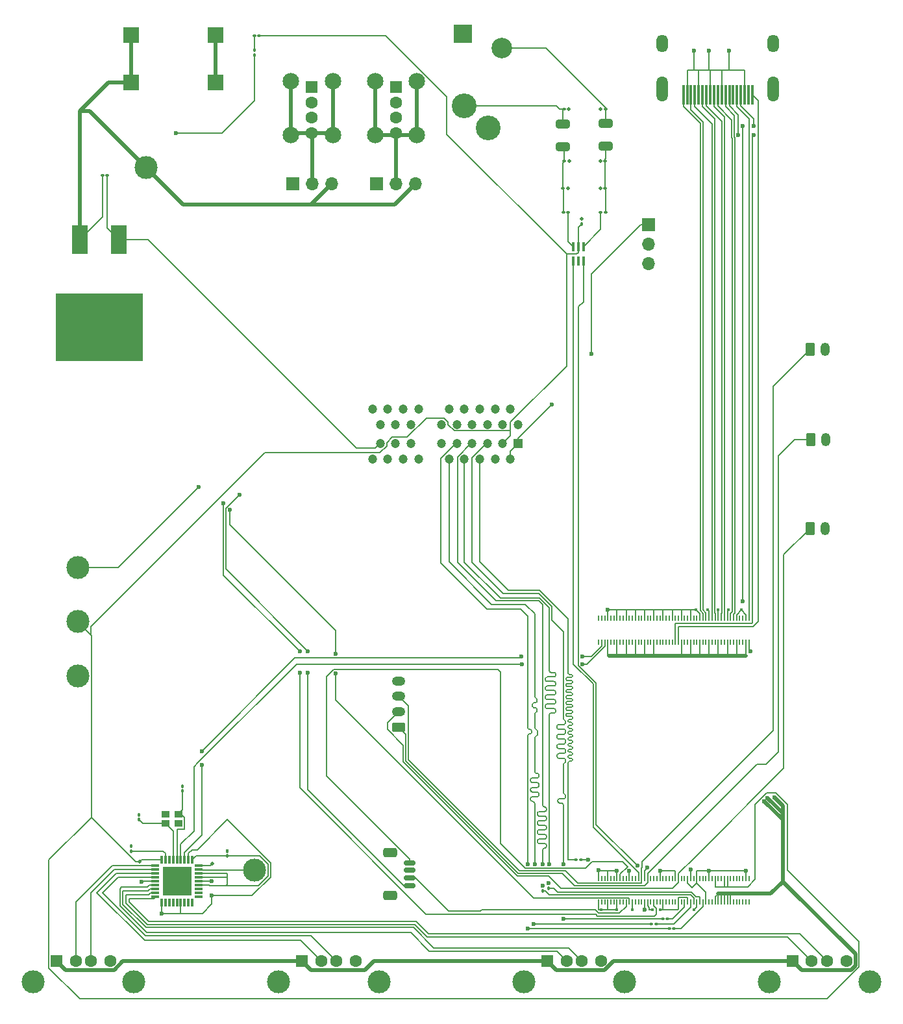
<source format=gbr>
%TF.GenerationSoftware,KiCad,Pcbnew,8.0.8*%
%TF.CreationDate,2025-11-24T21:21:31+01:00*%
%TF.ProjectId,RetroConsoleMk3.1,52657472-6f43-46f6-9e73-6f6c654d6b33,rev?*%
%TF.SameCoordinates,PX237a085PY9f06730*%
%TF.FileFunction,Copper,L1,Top*%
%TF.FilePolarity,Positive*%
%FSLAX46Y46*%
G04 Gerber Fmt 4.6, Leading zero omitted, Abs format (unit mm)*
G04 Created by KiCad (PCBNEW 8.0.8) date 2025-11-24 21:21:31*
%MOMM*%
%LPD*%
G01*
G04 APERTURE LIST*
G04 Aperture macros list*
%AMRoundRect*
0 Rectangle with rounded corners*
0 $1 Rounding radius*
0 $2 $3 $4 $5 $6 $7 $8 $9 X,Y pos of 4 corners*
0 Add a 4 corners polygon primitive as box body*
4,1,4,$2,$3,$4,$5,$6,$7,$8,$9,$2,$3,0*
0 Add four circle primitives for the rounded corners*
1,1,$1+$1,$2,$3*
1,1,$1+$1,$4,$5*
1,1,$1+$1,$6,$7*
1,1,$1+$1,$8,$9*
0 Add four rect primitives between the rounded corners*
20,1,$1+$1,$2,$3,$4,$5,0*
20,1,$1+$1,$4,$5,$6,$7,0*
20,1,$1+$1,$6,$7,$8,$9,0*
20,1,$1+$1,$8,$9,$2,$3,0*%
G04 Aperture macros list end*
%TA.AperFunction,SMDPad,CuDef*%
%ADD10RoundRect,0.100000X-0.100000X0.130000X-0.100000X-0.130000X0.100000X-0.130000X0.100000X0.130000X0*%
%TD*%
%TA.AperFunction,SMDPad,CuDef*%
%ADD11C,3.000000*%
%TD*%
%TA.AperFunction,SMDPad,CuDef*%
%ADD12RoundRect,0.100000X0.100000X-0.130000X0.100000X0.130000X-0.100000X0.130000X-0.100000X-0.130000X0*%
%TD*%
%TA.AperFunction,ComponentPad*%
%ADD13R,1.600000X1.500000*%
%TD*%
%TA.AperFunction,ComponentPad*%
%ADD14C,1.600000*%
%TD*%
%TA.AperFunction,ComponentPad*%
%ADD15C,3.000000*%
%TD*%
%TA.AperFunction,ComponentPad*%
%ADD16R,1.700000X1.700000*%
%TD*%
%TA.AperFunction,ComponentPad*%
%ADD17O,1.700000X1.700000*%
%TD*%
%TA.AperFunction,ComponentPad*%
%ADD18RoundRect,0.250000X-0.350000X-0.625000X0.350000X-0.625000X0.350000X0.625000X-0.350000X0.625000X0*%
%TD*%
%TA.AperFunction,ComponentPad*%
%ADD19O,1.200000X1.750000*%
%TD*%
%TA.AperFunction,SMDPad,CuDef*%
%ADD20RoundRect,0.250000X-0.650000X0.325000X-0.650000X-0.325000X0.650000X-0.325000X0.650000X0.325000X0*%
%TD*%
%TA.AperFunction,ComponentPad*%
%ADD21R,2.415000X2.415000*%
%TD*%
%TA.AperFunction,ComponentPad*%
%ADD22C,3.225000*%
%TD*%
%TA.AperFunction,ComponentPad*%
%ADD23C,2.685000*%
%TD*%
%TA.AperFunction,ComponentPad*%
%ADD24R,1.600000X1.600000*%
%TD*%
%TA.AperFunction,ComponentPad*%
%ADD25C,2.150000*%
%TD*%
%TA.AperFunction,SMDPad,CuDef*%
%ADD26R,2.000000X2.000000*%
%TD*%
%TA.AperFunction,SMDPad,CuDef*%
%ADD27RoundRect,0.100000X0.130000X0.100000X-0.130000X0.100000X-0.130000X-0.100000X0.130000X-0.100000X0*%
%TD*%
%TA.AperFunction,SMDPad,CuDef*%
%ADD28RoundRect,0.100000X-0.130000X-0.100000X0.130000X-0.100000X0.130000X0.100000X-0.130000X0.100000X0*%
%TD*%
%TA.AperFunction,SMDPad,CuDef*%
%ADD29R,1.000000X0.900000*%
%TD*%
%TA.AperFunction,SMDPad,CuDef*%
%ADD30R,0.400000X1.200000*%
%TD*%
%TA.AperFunction,SMDPad,CuDef*%
%ADD31R,0.200000X0.700000*%
%TD*%
%TA.AperFunction,ComponentPad*%
%ADD32R,1.200000X1.200000*%
%TD*%
%TA.AperFunction,ComponentPad*%
%ADD33C,1.200000*%
%TD*%
%TA.AperFunction,SMDPad,CuDef*%
%ADD34R,0.300000X2.600000*%
%TD*%
%TA.AperFunction,ComponentPad*%
%ADD35O,1.500000X3.300000*%
%TD*%
%TA.AperFunction,ComponentPad*%
%ADD36O,1.500000X2.300000*%
%TD*%
%TA.AperFunction,SMDPad,CuDef*%
%ADD37R,2.080000X3.810000*%
%TD*%
%TA.AperFunction,SMDPad,CuDef*%
%ADD38R,11.430000X8.890000*%
%TD*%
%TA.AperFunction,ComponentPad*%
%ADD39RoundRect,0.250000X0.625000X-0.350000X0.625000X0.350000X-0.625000X0.350000X-0.625000X-0.350000X0*%
%TD*%
%TA.AperFunction,ComponentPad*%
%ADD40O,1.750000X1.200000*%
%TD*%
%TA.AperFunction,SMDPad,CuDef*%
%ADD41RoundRect,0.150000X0.625000X-0.150000X0.625000X0.150000X-0.625000X0.150000X-0.625000X-0.150000X0*%
%TD*%
%TA.AperFunction,SMDPad,CuDef*%
%ADD42RoundRect,0.250000X0.650000X-0.350000X0.650000X0.350000X-0.650000X0.350000X-0.650000X-0.350000X0*%
%TD*%
%TA.AperFunction,SMDPad,CuDef*%
%ADD43R,1.100000X0.300000*%
%TD*%
%TA.AperFunction,SMDPad,CuDef*%
%ADD44R,0.300000X1.100000*%
%TD*%
%TA.AperFunction,SMDPad,CuDef*%
%ADD45R,3.800000X3.800000*%
%TD*%
%TA.AperFunction,ViaPad*%
%ADD46C,0.600000*%
%TD*%
%TA.AperFunction,ViaPad*%
%ADD47C,0.500000*%
%TD*%
%TA.AperFunction,ViaPad*%
%ADD48C,0.400000*%
%TD*%
%TA.AperFunction,Conductor*%
%ADD49C,0.200000*%
%TD*%
%TA.AperFunction,Conductor*%
%ADD50C,0.500000*%
%TD*%
G04 APERTURE END LIST*
D10*
%TO.P,R13,1*%
%TO.N,SD_DAT0*%
X73449995Y19120000D03*
%TO.P,R13,2*%
%TO.N,Net-(Module1A-SD_DAT0)*%
X73449995Y18480000D03*
%TD*%
D11*
%TO.P,TP3,1,1*%
%TO.N,3V3*%
X12799995Y53600000D03*
%TD*%
D12*
%TO.P,C3,1*%
%TO.N,3V3*%
X78549995Y105430000D03*
%TO.P,C3,2*%
%TO.N,GND*%
X78549995Y106070000D03*
%TD*%
D13*
%TO.P,J7,1,VBUS*%
%TO.N,VCC*%
X106049995Y9360000D03*
D14*
%TO.P,J7,2,D-*%
%TO.N,Net-(IC1-USBDM_DN4{slash}PRT_DIS_M4)*%
X108549995Y9360000D03*
%TO.P,J7,3,D+*%
%TO.N,Net-(IC1-USBDP_DN4{slash}PRT_DIS_P4)*%
X110549995Y9360000D03*
%TO.P,J7,4,GND*%
%TO.N,GND*%
X113049995Y9360000D03*
D15*
%TO.P,J7,5,Shield*%
X102979995Y6650000D03*
X116119995Y6650000D03*
%TD*%
D16*
%TO.P,J16,1,Pin_1*%
%TO.N,GND*%
X40824995Y110700000D03*
D17*
%TO.P,J16,2,Pin_2*%
%TO.N,Net-(J16-Pin_2)*%
X43364995Y110700000D03*
%TO.P,J16,3,Pin_3*%
%TO.N,GND_SUPPLY*%
X45904995Y110700000D03*
%TD*%
D18*
%TO.P,J11,1,Pin_1*%
%TO.N,GPIO4*%
X108299995Y65750000D03*
D19*
%TO.P,J11,2,Pin_2*%
%TO.N,GND*%
X110299995Y65750000D03*
%TD*%
D20*
%TO.P,C7,1*%
%TO.N,AUDIO_OUT_R*%
X81699995Y118575000D03*
%TO.P,C7,2*%
%TO.N,Net-(C6-Pad1)*%
X81699995Y115625000D03*
%TD*%
D21*
%TO.P,J10,1,SLEEVE*%
%TO.N,GND*%
X63034495Y130256500D03*
D22*
%TO.P,J10,2,TIP*%
%TO.N,AUDIO_OUT_L*%
X63254495Y120856500D03*
%TO.P,J10,3,TIP_SWITCH_*%
%TO.N,unconnected-(J10-TIP_SWITCH_-Pad3)*%
X66324495Y117956500D03*
D23*
%TO.P,J10,5,RING*%
%TO.N,AUDIO_OUT_R*%
X68114495Y128356500D03*
%TD*%
D24*
%TO.P,J15,1,VBUS*%
%TO.N,VCC*%
X54299995Y123295000D03*
D14*
%TO.P,J15,2,D-*%
%TO.N,unconnected-(J15-D--Pad2)*%
X54299995Y121295000D03*
%TO.P,J15,3,D+*%
%TO.N,unconnected-(J15-D+-Pad3)*%
X54299995Y119295000D03*
%TO.P,J15,4,GND*%
%TO.N,Net-(J15-GND)*%
X54299995Y117295000D03*
D25*
%TO.P,J15,5,Shield*%
X57019995Y124025000D03*
X51579995Y124025000D03*
X57019995Y117025000D03*
X51579995Y117025000D03*
%TD*%
D26*
%TO.P,J8,2,2*%
%TO.N,GND_SUPPLY*%
X19799995Y130100000D03*
%TO.P,J8,3,3*%
X19799995Y123900000D03*
%TO.P,J8,A1,A1*%
%TO.N,VCC*%
X30799995Y130100000D03*
%TO.P,J8,B1,B1*%
X30799995Y123900000D03*
%TD*%
D27*
%TO.P,R7,1*%
%TO.N,Net-(C6-Pad1)*%
X81649995Y106945000D03*
%TO.P,R7,2*%
%TO.N,Net-(IC2-Y2)*%
X81009995Y106945000D03*
%TD*%
D28*
%TO.P,R12,1*%
%TO.N,SD_DAT3*%
X87634995Y14150000D03*
%TO.P,R12,2*%
%TO.N,Net-(Module1A-SD_DAT3)*%
X88274995Y14150000D03*
%TD*%
D29*
%TO.P,Y1,1,CRYSTAL_1*%
%TO.N,USB_XTAL_OUT*%
X25949995Y28476000D03*
%TO.P,Y1,2,GND_1*%
%TO.N,GND*%
X24299995Y28476000D03*
%TO.P,Y1,3,CRYSTAL_2*%
%TO.N,USB_XTAL_IN*%
X24299995Y27250000D03*
%TO.P,Y1,4,GND_2*%
%TO.N,GND*%
X25949995Y27250000D03*
%TD*%
D10*
%TO.P,R1,1*%
%TO.N,Net-(D1-K)*%
X35849995Y128120000D03*
%TO.P,R1,2*%
%TO.N,LED_ACTIVITY*%
X35849995Y127480000D03*
%TD*%
D13*
%TO.P,J5,1,VBUS*%
%TO.N,VCC*%
X42049995Y9360000D03*
D14*
%TO.P,J5,2,D-*%
%TO.N,Net-(IC1-USBDM_DN2{slash}PRT_DIS_M2)*%
X44549995Y9360000D03*
%TO.P,J5,3,D+*%
%TO.N,Net-(IC1-USBDP_DN2{slash}PRT_DIS_P2)*%
X46549995Y9360000D03*
%TO.P,J5,4,GND*%
%TO.N,GND*%
X49049995Y9360000D03*
D15*
%TO.P,J5,5,Shield*%
X38979995Y6650000D03*
X52119995Y6650000D03*
%TD*%
D18*
%TO.P,J13,1,Pin_1*%
%TO.N,GPIO6*%
X108299995Y89050000D03*
D19*
%TO.P,J13,2,Pin_2*%
%TO.N,GND*%
X110299995Y89050000D03*
%TD*%
D11*
%TO.P,TP4,1,1*%
%TO.N,GND*%
X12799995Y46500000D03*
%TD*%
D28*
%TO.P,R5,1*%
%TO.N,Net-(C4-Pad1)*%
X76274995Y113600000D03*
%TO.P,R5,2*%
%TO.N,GND*%
X76914995Y113600000D03*
%TD*%
D30*
%TO.P,IC2,1,A1*%
%TO.N,AUDIO_L*%
X77449995Y100600000D03*
%TO.P,IC2,2,GND*%
%TO.N,GND*%
X78099995Y100600000D03*
%TO.P,IC2,3,A2*%
%TO.N,AUDIO_R*%
X78749995Y100600000D03*
%TO.P,IC2,4,Y2*%
%TO.N,Net-(IC2-Y2)*%
X78749995Y102500000D03*
%TO.P,IC2,5,VCC*%
%TO.N,3V3*%
X78099995Y102500000D03*
%TO.P,IC2,6,Y1*%
%TO.N,Net-(IC2-Y1)*%
X77449995Y102500000D03*
%TD*%
D28*
%TO.P,R6,1*%
%TO.N,AUDIO_OUT_L*%
X76209995Y120400000D03*
%TO.P,R6,2*%
%TO.N,GND*%
X76849995Y120400000D03*
%TD*%
D31*
%TO.P,Module1,1,GND*%
%TO.N,GND*%
X80749995Y17000000D03*
%TO.P,Module1,2,GND*%
X80749995Y20080000D03*
%TO.P,Module1,3,Ethernet_Pair3_P*%
%TO.N,unconnected-(Module1A-Ethernet_Pair3_P-Pad3)*%
X81149995Y17000000D03*
%TO.P,Module1,4,Ethernet_Pair1_P*%
%TO.N,unconnected-(Module1A-Ethernet_Pair1_P-Pad4)*%
X81149995Y20080000D03*
%TO.P,Module1,5,Ethernet_Pair3_N*%
%TO.N,unconnected-(Module1A-Ethernet_Pair3_N-Pad5)*%
X81549995Y17000000D03*
%TO.P,Module1,6,Ethernet_Pair1_N*%
%TO.N,unconnected-(Module1A-Ethernet_Pair1_N-Pad6)*%
X81549995Y20080000D03*
%TO.P,Module1,7,GND*%
%TO.N,GND*%
X81949995Y17000000D03*
%TO.P,Module1,8,GND*%
X81949995Y20080000D03*
%TO.P,Module1,9,Ethernet_Pair2_N*%
%TO.N,unconnected-(Module1A-Ethernet_Pair2_N-Pad9)*%
X82349995Y17000000D03*
%TO.P,Module1,10,Ethernet_Pair0_N*%
%TO.N,unconnected-(Module1A-Ethernet_Pair0_N-Pad10)*%
X82349995Y20080000D03*
%TO.P,Module1,11,Ethernet_Pair2_P*%
%TO.N,unconnected-(Module1A-Ethernet_Pair2_P-Pad11)*%
X82749995Y17000000D03*
%TO.P,Module1,12,Ethernet_Pair0_P*%
%TO.N,unconnected-(Module1A-Ethernet_Pair0_P-Pad12)*%
X82749995Y20080000D03*
%TO.P,Module1,13,GND*%
%TO.N,GND*%
X83149995Y17000000D03*
%TO.P,Module1,14,GND*%
X83149995Y20080000D03*
%TO.P,Module1,15,Ethernet_nLED3(3.3v)*%
%TO.N,unconnected-(Module1A-Ethernet_nLED3(3.3v)-Pad15)*%
X83549995Y17000000D03*
%TO.P,Module1,16,Ethernet_SYNC_IN(1.8v)*%
%TO.N,FAN_TACHO*%
X83549995Y20080000D03*
%TO.P,Module1,17,Ethernet_nLED2(3.3v)*%
%TO.N,unconnected-(Module1A-Ethernet_nLED2(3.3v)-Pad17)*%
X83949995Y17000000D03*
%TO.P,Module1,18,Ethernet_SYNC_OUT(1.8v)*%
%TO.N,unconnected-(Module1A-Ethernet_SYNC_OUT(1.8v)-Pad18)*%
X83949995Y20080000D03*
%TO.P,Module1,19,Ethernet_nLED1(3.3v)*%
%TO.N,FAN_PWM*%
X84349995Y17000000D03*
%TO.P,Module1,20,EEPROM_nWP*%
%TO.N,unconnected-(Module1A-EEPROM_nWP-Pad20)*%
X84349995Y20080000D03*
%TO.P,Module1,21,PI_nLED_Activity*%
%TO.N,LED_ACTIVITY*%
X84749995Y17000000D03*
%TO.P,Module1,22,GND*%
%TO.N,GND*%
X84749995Y20080000D03*
%TO.P,Module1,23,GND*%
X85149995Y17000000D03*
%TO.P,Module1,24,GPIO26*%
%TO.N,unconnected-(Module1A-GPIO26-Pad24)*%
X85149995Y20080000D03*
%TO.P,Module1,25,GPIO21*%
%TO.N,unconnected-(Module1A-GPIO21-Pad25)*%
X85549995Y17000000D03*
%TO.P,Module1,26,GPIO19*%
%TO.N,unconnected-(Module1A-GPIO19-Pad26)*%
X85549995Y20080000D03*
%TO.P,Module1,27,GPIO20*%
%TO.N,unconnected-(Module1A-GPIO20-Pad27)*%
X85949995Y17000000D03*
%TO.P,Module1,28,GPIO13*%
%TO.N,AUDIO_L*%
X85949995Y20080000D03*
%TO.P,Module1,29,GPIO16*%
%TO.N,unconnected-(Module1A-GPIO16-Pad29)*%
X86349995Y17000000D03*
%TO.P,Module1,30,GPIO6*%
%TO.N,GPIO6*%
X86349995Y20080000D03*
%TO.P,Module1,31,GPIO12*%
%TO.N,AUDIO_R*%
X86749995Y17000000D03*
%TO.P,Module1,32,GND*%
%TO.N,GND*%
X86749995Y20080000D03*
%TO.P,Module1,33,GND*%
X87149995Y17000000D03*
%TO.P,Module1,34,GPIO5*%
%TO.N,GPIO5*%
X87149995Y20080000D03*
%TO.P,Module1,35,ID_SC*%
%TO.N,unconnected-(Module1A-ID_SC-Pad35)*%
X87549995Y17000000D03*
%TO.P,Module1,36,ID_SD*%
%TO.N,unconnected-(Module1A-ID_SD-Pad36)*%
X87549995Y20080000D03*
%TO.P,Module1,37,GPIO7*%
%TO.N,GPIO7*%
X87949995Y17000000D03*
%TO.P,Module1,38,GPIO11*%
%TO.N,unconnected-(Module1A-GPIO11-Pad38)*%
X87949995Y20080000D03*
%TO.P,Module1,39,GPIO8*%
%TO.N,unconnected-(Module1A-GPIO8-Pad39)*%
X88349995Y17000000D03*
%TO.P,Module1,40,GPIO9*%
%TO.N,unconnected-(Module1A-GPIO9-Pad40)*%
X88349995Y20080000D03*
%TO.P,Module1,41,GPIO25*%
%TO.N,unconnected-(Module1A-GPIO25-Pad41)*%
X88749995Y17000000D03*
%TO.P,Module1,42,GND*%
%TO.N,GND*%
X88749995Y20080000D03*
%TO.P,Module1,43,GND*%
X89149995Y17000000D03*
%TO.P,Module1,44,GPIO10*%
%TO.N,unconnected-(Module1A-GPIO10-Pad44)*%
X89149995Y20080000D03*
%TO.P,Module1,45,GPIO24*%
%TO.N,unconnected-(Module1A-GPIO24-Pad45)*%
X89549995Y17000000D03*
%TO.P,Module1,46,GPIO22*%
%TO.N,unconnected-(Module1A-GPIO22-Pad46)*%
X89549995Y20080000D03*
%TO.P,Module1,47,GPIO23*%
%TO.N,unconnected-(Module1A-GPIO23-Pad47)*%
X89949995Y17000000D03*
%TO.P,Module1,48,GPIO27*%
%TO.N,unconnected-(Module1A-GPIO27-Pad48)*%
X89949995Y20080000D03*
%TO.P,Module1,49,GPIO18*%
%TO.N,unconnected-(Module1A-GPIO18-Pad49)*%
X90349995Y17000000D03*
%TO.P,Module1,50,GPIO17*%
%TO.N,unconnected-(Module1A-GPIO17-Pad50)*%
X90349995Y20080000D03*
%TO.P,Module1,51,GPIO15*%
%TO.N,unconnected-(Module1A-GPIO15-Pad51)*%
X90749995Y17000000D03*
%TO.P,Module1,52,GND*%
%TO.N,GND*%
X90749995Y20080000D03*
%TO.P,Module1,53,GND*%
X91149995Y17000000D03*
%TO.P,Module1,54,GPIO4*%
%TO.N,GPIO4*%
X91149995Y20080000D03*
%TO.P,Module1,55,GPIO14*%
%TO.N,unconnected-(Module1A-GPIO14-Pad55)*%
X91549995Y17000000D03*
%TO.P,Module1,56,GPIO3*%
%TO.N,unconnected-(Module1A-GPIO3-Pad56)*%
X91549995Y20080000D03*
%TO.P,Module1,57,SD_CLK*%
%TO.N,Net-(Module1A-SD_CLK)*%
X91949995Y17000000D03*
%TO.P,Module1,58,GPIO2*%
%TO.N,unconnected-(Module1A-GPIO2-Pad58)*%
X91949995Y20080000D03*
%TO.P,Module1,59,GND*%
%TO.N,GND*%
X92349995Y17000000D03*
%TO.P,Module1,60,GND*%
X92349995Y20080000D03*
%TO.P,Module1,61,SD_DAT3*%
%TO.N,Net-(Module1A-SD_DAT3)*%
X92749995Y17000000D03*
%TO.P,Module1,62,SD_CMD*%
%TO.N,Net-(Module1A-SD_CMD)*%
X92749995Y20080000D03*
%TO.P,Module1,63,SD_DAT0*%
%TO.N,Net-(Module1A-SD_DAT0)*%
X93149995Y17000000D03*
%TO.P,Module1,64,SD_DAT5*%
%TO.N,unconnected-(Module1A-SD_DAT5-Pad64)*%
X93149995Y20080000D03*
%TO.P,Module1,65,GND*%
%TO.N,GND*%
X93549995Y17000000D03*
%TO.P,Module1,66,GND*%
X93549995Y20080000D03*
%TO.P,Module1,67,SD_DAT1*%
%TO.N,Net-(Module1A-SD_DAT1)*%
X93949995Y17000000D03*
%TO.P,Module1,68,SD_DAT4*%
%TO.N,unconnected-(Module1A-SD_DAT4-Pad68)*%
X93949995Y20080000D03*
%TO.P,Module1,69,SD_DAT2*%
%TO.N,Net-(Module1A-SD_DAT2)*%
X94349995Y17000000D03*
%TO.P,Module1,70,SD_DAT7*%
%TO.N,unconnected-(Module1A-SD_DAT7-Pad70)*%
X94349995Y20080000D03*
%TO.P,Module1,71,GND*%
%TO.N,GND*%
X94749995Y17000000D03*
%TO.P,Module1,72,SD_DAT6*%
%TO.N,unconnected-(Module1A-SD_DAT6-Pad72)*%
X94749995Y20080000D03*
%TO.P,Module1,73,SD_VDD_Override*%
%TO.N,unconnected-(Module1A-SD_VDD_Override-Pad73)*%
X95149995Y17000000D03*
%TO.P,Module1,74,GND*%
%TO.N,GND*%
X95149995Y20080000D03*
%TO.P,Module1,75,SD_PWR_ON*%
%TO.N,unconnected-(Module1A-SD_PWR_ON-Pad75)*%
X95549995Y17000000D03*
%TO.P,Module1,76,Reserved*%
%TO.N,unconnected-(Module1A-Reserved-Pad76)*%
X95549995Y20080000D03*
%TO.P,Module1,77,+5v_(Input)*%
%TO.N,VCC*%
X95949995Y17000000D03*
%TO.P,Module1,78,GPIO_VREF(1.8v/3.3v_Input)*%
%TO.N,3V3*%
X95949995Y20080000D03*
%TO.P,Module1,79,+5v_(Input)*%
%TO.N,VCC*%
X96349995Y17000000D03*
%TO.P,Module1,80,SCL0*%
%TO.N,unconnected-(Module1A-SCL0-Pad80)*%
X96349995Y20080000D03*
%TO.P,Module1,81,+5v_(Input)*%
%TO.N,VCC*%
X96749995Y17000000D03*
%TO.P,Module1,82,SDA0*%
%TO.N,unconnected-(Module1A-SDA0-Pad82)*%
X96749995Y20080000D03*
%TO.P,Module1,83,+5v_(Input)*%
%TO.N,VCC*%
X97149995Y17000000D03*
%TO.P,Module1,84,+3.3v_(Output)*%
%TO.N,3V3*%
X97149995Y20080000D03*
%TO.P,Module1,85,+5v_(Input)*%
%TO.N,VCC*%
X97549995Y17000000D03*
%TO.P,Module1,86,+3.3v_(Output)*%
%TO.N,3V3*%
X97549995Y20080000D03*
%TO.P,Module1,87,+5v_(Input)*%
%TO.N,VCC*%
X97949995Y17000000D03*
%TO.P,Module1,88,+1.8v_(Output)*%
%TO.N,unconnected-(Module1A-+1.8v_(Output)-Pad88)*%
X97949995Y20080000D03*
%TO.P,Module1,89,WiFi_nDisable*%
%TO.N,unconnected-(Module1A-WiFi_nDisable-Pad89)*%
X98349995Y17000000D03*
%TO.P,Module1,90,+1.8v_(Output)*%
%TO.N,unconnected-(Module1A-+1.8v_(Output)-Pad90)*%
X98349995Y20080000D03*
%TO.P,Module1,91,BT_nDisable*%
%TO.N,unconnected-(Module1A-BT_nDisable-Pad91)*%
X98749995Y17000000D03*
%TO.P,Module1,92,RUN_PG*%
%TO.N,unconnected-(Module1A-RUN_PG-Pad92)*%
X98749995Y20080000D03*
%TO.P,Module1,93,nRPIBOOT*%
%TO.N,unconnected-(Module1A-nRPIBOOT-Pad93)*%
X99149995Y17000000D03*
%TO.P,Module1,94,AnalogIP1*%
%TO.N,unconnected-(Module1A-AnalogIP1-Pad94)*%
X99149995Y20080000D03*
%TO.P,Module1,95,nPI_LED_PWR*%
%TO.N,unconnected-(Module1A-nPI_LED_PWR-Pad95)*%
X99549995Y17000000D03*
%TO.P,Module1,96,AnalogIP0*%
%TO.N,unconnected-(Module1A-AnalogIP0-Pad96)*%
X99549995Y20080000D03*
%TO.P,Module1,97,Camera_GPIO*%
%TO.N,unconnected-(Module1A-Camera_GPIO-Pad97)*%
X99949995Y17000000D03*
%TO.P,Module1,98,GND*%
%TO.N,GND*%
X99949995Y20080000D03*
%TO.P,Module1,99,Global_EN*%
%TO.N,unconnected-(Module1A-Global_EN-Pad99)*%
X100349995Y17000000D03*
%TO.P,Module1,100,nEXTRST*%
%TO.N,unconnected-(Module1A-nEXTRST-Pad100)*%
X100349995Y20080000D03*
%TO.P,Module1,101,USB_OTG_ID*%
%TO.N,unconnected-(Module1B-USB_OTG_ID-Pad101)*%
X80749995Y50920000D03*
%TO.P,Module1,102,PCIe_CLK_nREQ*%
%TO.N,unconnected-(Module1B-PCIe_CLK_nREQ-Pad102)*%
X80749995Y54000000D03*
%TO.P,Module1,103,USB2_N*%
%TO.N,USB_D-*%
X81149995Y50920000D03*
%TO.P,Module1,104,Reserved*%
%TO.N,unconnected-(Module1B-Reserved-Pad104)*%
X81149995Y54000000D03*
%TO.P,Module1,105,USB2_P*%
%TO.N,USB_D+*%
X81549995Y50920000D03*
%TO.P,Module1,106,Reserved*%
%TO.N,unconnected-(Module1B-Reserved-Pad106)*%
X81549995Y54000000D03*
%TO.P,Module1,107,GND*%
%TO.N,GND*%
X81949995Y50920000D03*
%TO.P,Module1,108,GND*%
X81949995Y54000000D03*
%TO.P,Module1,109,PCIe_nRST*%
%TO.N,unconnected-(Module1B-PCIe_nRST-Pad109)*%
X82349995Y50920000D03*
%TO.P,Module1,110,PCIe_CLK_P*%
%TO.N,unconnected-(Module1B-PCIe_CLK_P-Pad110)*%
X82349995Y54000000D03*
%TO.P,Module1,111,VDAC_COMP*%
%TO.N,unconnected-(Module1B-VDAC_COMP-Pad111)*%
X82749995Y50920000D03*
%TO.P,Module1,112,PCIe_CLK_N*%
%TO.N,unconnected-(Module1B-PCIe_CLK_N-Pad112)*%
X82749995Y54000000D03*
%TO.P,Module1,113,GND*%
%TO.N,GND*%
X83149995Y50920000D03*
%TO.P,Module1,114,GND*%
X83149995Y54000000D03*
%TO.P,Module1,115,CAM1_D0_N*%
%TO.N,unconnected-(Module1B-CAM1_D0_N-Pad115)*%
X83549995Y50920000D03*
%TO.P,Module1,116,PCIe_RX_P*%
%TO.N,unconnected-(Module1B-PCIe_RX_P-Pad116)*%
X83549995Y54000000D03*
%TO.P,Module1,117,CAM1_D0_P*%
%TO.N,unconnected-(Module1B-CAM1_D0_P-Pad117)*%
X83949995Y50920000D03*
%TO.P,Module1,118,PCIe_RX_N*%
%TO.N,unconnected-(Module1B-PCIe_RX_N-Pad118)*%
X83949995Y54000000D03*
%TO.P,Module1,119,GND*%
%TO.N,GND*%
X84349995Y50920000D03*
%TO.P,Module1,120,GND*%
X84349995Y54000000D03*
%TO.P,Module1,121,CAM1_D1_N*%
%TO.N,unconnected-(Module1B-CAM1_D1_N-Pad121)*%
X84749995Y50920000D03*
%TO.P,Module1,122,PCIe_TX_P*%
%TO.N,unconnected-(Module1B-PCIe_TX_P-Pad122)*%
X84749995Y54000000D03*
%TO.P,Module1,123,CAM1_D1_P*%
%TO.N,unconnected-(Module1B-CAM1_D1_P-Pad123)*%
X85149995Y50920000D03*
%TO.P,Module1,124,PCIe_TX_N*%
%TO.N,unconnected-(Module1B-PCIe_TX_N-Pad124)*%
X85149995Y54000000D03*
%TO.P,Module1,125,GND*%
%TO.N,GND*%
X85549995Y50920000D03*
%TO.P,Module1,126,GND*%
X85549995Y54000000D03*
%TO.P,Module1,127,CAM1_C_N*%
%TO.N,unconnected-(Module1B-CAM1_C_N-Pad127)*%
X85949995Y50920000D03*
%TO.P,Module1,128,CAM0_D0_N*%
%TO.N,unconnected-(Module1B-CAM0_D0_N-Pad128)*%
X85949995Y54000000D03*
%TO.P,Module1,129,CAM1_C_P*%
%TO.N,unconnected-(Module1B-CAM1_C_P-Pad129)*%
X86349995Y50920000D03*
%TO.P,Module1,130,CAM0_D0_P*%
%TO.N,unconnected-(Module1B-CAM0_D0_P-Pad130)*%
X86349995Y54000000D03*
%TO.P,Module1,131,GND*%
%TO.N,GND*%
X86749995Y50920000D03*
%TO.P,Module1,132,GND*%
X86749995Y54000000D03*
%TO.P,Module1,133,CAM1_D2_N*%
%TO.N,unconnected-(Module1B-CAM1_D2_N-Pad133)*%
X87149995Y50920000D03*
%TO.P,Module1,134,CAM0_D1_N*%
%TO.N,unconnected-(Module1B-CAM0_D1_N-Pad134)*%
X87149995Y54000000D03*
%TO.P,Module1,135,CAM1_D2_P*%
%TO.N,unconnected-(Module1B-CAM1_D2_P-Pad135)*%
X87549995Y50920000D03*
%TO.P,Module1,136,CAM0_D1_P*%
%TO.N,unconnected-(Module1B-CAM0_D1_P-Pad136)*%
X87549995Y54000000D03*
%TO.P,Module1,137,GND*%
%TO.N,GND*%
X87949995Y50920000D03*
%TO.P,Module1,138,GND*%
X87949995Y54000000D03*
%TO.P,Module1,139,CAM1_D3_N*%
%TO.N,unconnected-(Module1B-CAM1_D3_N-Pad139)*%
X88349995Y50920000D03*
%TO.P,Module1,140,CAM0_C_N*%
%TO.N,unconnected-(Module1B-CAM0_C_N-Pad140)*%
X88349995Y54000000D03*
%TO.P,Module1,141,CAM1_D3_P*%
%TO.N,unconnected-(Module1B-CAM1_D3_P-Pad141)*%
X88749995Y50920000D03*
%TO.P,Module1,142,CAM0_C_P*%
%TO.N,unconnected-(Module1B-CAM0_C_P-Pad142)*%
X88749995Y54000000D03*
%TO.P,Module1,143,HDMI1_HOTPLUG*%
%TO.N,unconnected-(Module1B-HDMI1_HOTPLUG-Pad143)*%
X89149995Y50920000D03*
%TO.P,Module1,144,GND*%
%TO.N,GND*%
X89149995Y54000000D03*
%TO.P,Module1,145,HDMI1_SDA*%
%TO.N,unconnected-(Module1B-HDMI1_SDA-Pad145)*%
X89549995Y50920000D03*
%TO.P,Module1,146,HDMI1_TX2_P*%
%TO.N,unconnected-(Module1B-HDMI1_TX2_P-Pad146)*%
X89549995Y54000000D03*
%TO.P,Module1,147,HDMI1_SCL*%
%TO.N,unconnected-(Module1B-HDMI1_SCL-Pad147)*%
X89949995Y50920000D03*
%TO.P,Module1,148,HDMI1_TX2_N*%
%TO.N,unconnected-(Module1B-HDMI1_TX2_N-Pad148)*%
X89949995Y54000000D03*
%TO.P,Module1,149,HDMI1_CEC*%
%TO.N,unconnected-(Module1B-HDMI1_CEC-Pad149)*%
X90349995Y50920000D03*
%TO.P,Module1,150,GND*%
%TO.N,GND*%
X90349995Y54000000D03*
%TO.P,Module1,151,HDMI0_CEC*%
%TO.N,HDMI_CEC*%
X90749995Y50920000D03*
%TO.P,Module1,152,HDMI1_TX1_P*%
%TO.N,unconnected-(Module1B-HDMI1_TX1_P-Pad152)*%
X90749995Y54000000D03*
%TO.P,Module1,153,HDMI0_HOTPLUG*%
%TO.N,HDMI_HEAC-*%
X91149995Y50920000D03*
%TO.P,Module1,154,HDMI1_TX1_N*%
%TO.N,unconnected-(Module1B-HDMI1_TX1_N-Pad154)*%
X91149995Y54000000D03*
%TO.P,Module1,155,GND*%
%TO.N,GND*%
X91549995Y50920000D03*
%TO.P,Module1,156,GND*%
X91549995Y54000000D03*
%TO.P,Module1,157,DSI0_D0_N*%
%TO.N,unconnected-(Module1B-DSI0_D0_N-Pad157)*%
X91949995Y50920000D03*
%TO.P,Module1,158,HDMI1_TX0_P*%
%TO.N,unconnected-(Module1B-HDMI1_TX0_P-Pad158)*%
X91949995Y54000000D03*
%TO.P,Module1,159,DSI0_D0_P*%
%TO.N,unconnected-(Module1B-DSI0_D0_P-Pad159)*%
X92349995Y50920000D03*
%TO.P,Module1,160,HDMI1_TX0_N*%
%TO.N,unconnected-(Module1B-HDMI1_TX0_N-Pad160)*%
X92349995Y54000000D03*
%TO.P,Module1,161,GND*%
%TO.N,GND*%
X92749995Y50920000D03*
%TO.P,Module1,162,GND*%
X92749995Y54000000D03*
%TO.P,Module1,163,DSI0_D1_N*%
%TO.N,unconnected-(Module1B-DSI0_D1_N-Pad163)*%
X93149995Y50920000D03*
%TO.P,Module1,164,HDMI1_CLK_P*%
%TO.N,unconnected-(Module1B-HDMI1_CLK_P-Pad164)*%
X93149995Y54000000D03*
%TO.P,Module1,165,DSI0_D1_P*%
%TO.N,unconnected-(Module1B-DSI0_D1_P-Pad165)*%
X93549995Y50920000D03*
%TO.P,Module1,166,HDMI1_CLK_N*%
%TO.N,unconnected-(Module1B-HDMI1_CLK_N-Pad166)*%
X93549995Y54000000D03*
%TO.P,Module1,167,GND*%
%TO.N,GND*%
X93949995Y50920000D03*
%TO.P,Module1,168,GND*%
X93949995Y54000000D03*
%TO.P,Module1,169,DSI0_C_N*%
%TO.N,unconnected-(Module1B-DSI0_C_N-Pad169)*%
X94349995Y50920000D03*
%TO.P,Module1,170,HDMI0_TX2_P*%
%TO.N,HDMI_D2+*%
X94349995Y54000000D03*
%TO.P,Module1,171,DSI0_C_P*%
%TO.N,unconnected-(Module1B-DSI0_C_P-Pad171)*%
X94749995Y50920000D03*
%TO.P,Module1,172,HDMI0_TX2_N*%
%TO.N,HDMI_D2-*%
X94749995Y54000000D03*
%TO.P,Module1,173,GND*%
%TO.N,GND*%
X95149995Y50920000D03*
%TO.P,Module1,174,GND*%
X95149995Y54000000D03*
%TO.P,Module1,175,DSI1_D0_N*%
%TO.N,unconnected-(Module1B-DSI1_D0_N-Pad175)*%
X95549995Y50920000D03*
%TO.P,Module1,176,HDMI0_TX1_P*%
%TO.N,HDMI_D1+*%
X95549995Y54000000D03*
%TO.P,Module1,177,DSI1_D0_P*%
%TO.N,unconnected-(Module1B-DSI1_D0_P-Pad177)*%
X95949995Y50920000D03*
%TO.P,Module1,178,HDMI0_TX1_N*%
%TO.N,HDMI_D1-*%
X95949995Y54000000D03*
%TO.P,Module1,179,GND*%
%TO.N,GND*%
X96349995Y50920000D03*
%TO.P,Module1,180,GND*%
X96349995Y54000000D03*
%TO.P,Module1,181,DSI1_D1_N*%
%TO.N,unconnected-(Module1B-DSI1_D1_N-Pad181)*%
X96749995Y50920000D03*
%TO.P,Module1,182,HDMI0_TX0_P*%
%TO.N,HDMI_D0+*%
X96749995Y54000000D03*
%TO.P,Module1,183,DSI1_D1_P*%
%TO.N,unconnected-(Module1B-DSI1_D1_P-Pad183)*%
X97149995Y50920000D03*
%TO.P,Module1,184,HDMI0_TX0_N*%
%TO.N,HDMI_D0-*%
X97149995Y54000000D03*
%TO.P,Module1,185,GND*%
%TO.N,GND*%
X97549995Y50920000D03*
%TO.P,Module1,186,GND*%
X97549995Y54000000D03*
%TO.P,Module1,187,DSI1_C_N*%
%TO.N,unconnected-(Module1B-DSI1_C_N-Pad187)*%
X97949995Y50920000D03*
%TO.P,Module1,188,HDMI0_CLK_P*%
%TO.N,HDMI_CK+*%
X97949995Y54000000D03*
%TO.P,Module1,189,DSI1_C_P*%
%TO.N,unconnected-(Module1B-DSI1_C_P-Pad189)*%
X98349995Y50920000D03*
%TO.P,Module1,190,HDMI0_CLK_N*%
%TO.N,HDMI_CK-*%
X98349995Y54000000D03*
%TO.P,Module1,191,GND*%
%TO.N,GND*%
X98749995Y50920000D03*
%TO.P,Module1,192,GND*%
X98749995Y54000000D03*
%TO.P,Module1,193,DSI1_D2_N*%
%TO.N,unconnected-(Module1B-DSI1_D2_N-Pad193)*%
X99149995Y50920000D03*
%TO.P,Module1,194,DSI1_D3_N*%
%TO.N,unconnected-(Module1B-DSI1_D3_N-Pad194)*%
X99149995Y54000000D03*
%TO.P,Module1,195,DSI1_D2_P*%
%TO.N,unconnected-(Module1B-DSI1_D2_P-Pad195)*%
X99549995Y50920000D03*
%TO.P,Module1,196,DSI1_D3_P*%
%TO.N,unconnected-(Module1B-DSI1_D3_P-Pad196)*%
X99549995Y54000000D03*
%TO.P,Module1,197,GND*%
%TO.N,GND*%
X99949995Y50920000D03*
%TO.P,Module1,198,GND*%
X99949995Y54000000D03*
%TO.P,Module1,199,HDMI0_SDA*%
%TO.N,HDMI_SDA*%
X100349995Y50920000D03*
%TO.P,Module1,200,HDMI0_SCL*%
%TO.N,HDMI_SCL*%
X100349995Y54000000D03*
%TD*%
D28*
%TO.P,D1,1,K*%
%TO.N,Net-(D1-K)*%
X35859995Y129950000D03*
%TO.P,D1,2,A*%
%TO.N,3V3*%
X36499995Y129950000D03*
%TD*%
D27*
%TO.P,C6,1*%
%TO.N,Net-(C6-Pad1)*%
X81614995Y110100000D03*
%TO.P,C6,2*%
%TO.N,GND*%
X80974995Y110100000D03*
%TD*%
%TO.P,R8,1*%
%TO.N,Net-(C6-Pad1)*%
X81614995Y113600000D03*
%TO.P,R8,2*%
%TO.N,GND*%
X80974995Y113600000D03*
%TD*%
D28*
%TO.P,R15,1*%
%TO.N,SD_DAT2*%
X89959995Y13550000D03*
%TO.P,R15,2*%
%TO.N,Net-(Module1A-SD_DAT2)*%
X90599995Y13550000D03*
%TD*%
D11*
%TO.P,TP1,1,1*%
%TO.N,Net-(IC1-RESET_N)*%
X35899995Y21200000D03*
%TD*%
D27*
%TO.P,R9,1*%
%TO.N,AUDIO_OUT_R*%
X81669995Y120400000D03*
%TO.P,R9,2*%
%TO.N,GND*%
X81029995Y120400000D03*
%TD*%
D28*
%TO.P,R11,1*%
%TO.N,SD_CLK*%
X89079995Y14800000D03*
%TO.P,R11,2*%
%TO.N,Net-(Module1A-SD_CLK)*%
X89719995Y14800000D03*
%TD*%
D24*
%TO.P,J2,1,VBUS*%
%TO.N,VCC*%
X43349995Y123295000D03*
D14*
%TO.P,J2,2,D-*%
%TO.N,unconnected-(J2-D--Pad2)*%
X43349995Y121295000D03*
%TO.P,J2,3,D+*%
%TO.N,unconnected-(J2-D+-Pad3)*%
X43349995Y119295000D03*
%TO.P,J2,4,GND*%
%TO.N,Net-(J16-Pin_2)*%
X43349995Y117295000D03*
D25*
%TO.P,J2,5,Shield*%
X46069995Y124025000D03*
X40629995Y124025000D03*
X46069995Y117025000D03*
X40629995Y117025000D03*
%TD*%
D27*
%TO.P,R10,1*%
%TO.N,CARD_PRESENT*%
X16674995Y111750000D03*
%TO.P,R10,2*%
%TO.N,GND_SUPPLY*%
X16034995Y111750000D03*
%TD*%
D18*
%TO.P,J12,1,Pin_1*%
%TO.N,GPIO5*%
X108399995Y77300000D03*
D19*
%TO.P,J12,2,Pin_2*%
%TO.N,GND*%
X110399995Y77300000D03*
%TD*%
D10*
%TO.P,C1,1*%
%TO.N,GND*%
X26449995Y32115000D03*
%TO.P,C1,2*%
%TO.N,USB_XTAL_OUT*%
X26449995Y31475000D03*
%TD*%
D11*
%TO.P,TP5,1,1*%
%TO.N,GND_SUPPLY*%
X21749995Y112800000D03*
%TD*%
D13*
%TO.P,J6,1,VBUS*%
%TO.N,VCC*%
X74049995Y9360000D03*
D14*
%TO.P,J6,2,D-*%
%TO.N,Net-(IC1-USBDM_DN3{slash}PRT_DIS_M3)*%
X76549995Y9360000D03*
%TO.P,J6,3,D+*%
%TO.N,Net-(IC1-USBDP_DN3{slash}PRT_DIS_P3)*%
X78549995Y9360000D03*
%TO.P,J6,4,GND*%
%TO.N,GND*%
X81049995Y9360000D03*
D15*
%TO.P,J6,5,Shield*%
X70979995Y6650000D03*
X84119995Y6650000D03*
%TD*%
D16*
%TO.P,J17,1,Pin_1*%
%TO.N,GND*%
X51759995Y110700000D03*
D17*
%TO.P,J17,2,Pin_2*%
%TO.N,Net-(J15-GND)*%
X54299995Y110700000D03*
%TO.P,J17,3,Pin_3*%
%TO.N,GND_SUPPLY*%
X56839995Y110700000D03*
%TD*%
D28*
%TO.P,C4,1*%
%TO.N,Net-(C4-Pad1)*%
X76084995Y110100000D03*
%TO.P,C4,2*%
%TO.N,GND*%
X76724995Y110100000D03*
%TD*%
D32*
%TO.P,J9,A1,A1*%
%TO.N,VCC*%
X70249995Y76800003D03*
D33*
%TO.P,J9,A2,A2*%
X69249995Y74800003D03*
%TO.P,J9,A3,A3*%
%TO.N,3V3*%
X68249995Y76800003D03*
%TO.P,J9,A4,A4*%
%TO.N,GND*%
X67249995Y74800003D03*
%TO.P,J9,A5,A5*%
%TO.N,SD_CLK*%
X66249995Y76800003D03*
%TO.P,J9,A6,A6*%
%TO.N,SD_CMD*%
X65249995Y74800003D03*
%TO.P,J9,A7,A7*%
%TO.N,SD_DAT0*%
X64249995Y76800003D03*
%TO.P,J9,A8,A8*%
%TO.N,SD_DAT1*%
X63249995Y74800003D03*
%TO.P,J9,A9,A9*%
%TO.N,SD_DAT2*%
X62249995Y76800003D03*
%TO.P,J9,A10,A10*%
%TO.N,SD_DAT3*%
X61249995Y74800003D03*
%TO.P,J9,A11,A11*%
%TO.N,unconnected-(J9-PadA11)*%
X60249995Y76800003D03*
%TO.P,J9,A12,A12*%
%TO.N,unconnected-(J9-PadA12)*%
X57249995Y74800003D03*
%TO.P,J9,A13,A13*%
%TO.N,unconnected-(J9-PadA13)*%
X56249995Y76800003D03*
%TO.P,J9,A14,A14*%
%TO.N,unconnected-(J9-PadA14)*%
X55249995Y74800003D03*
%TO.P,J9,A15,A15*%
%TO.N,unconnected-(J9-PadA15)*%
X54249995Y76800003D03*
%TO.P,J9,A16,A16*%
%TO.N,unconnected-(J9-PadA16)*%
X53249995Y74800003D03*
%TO.P,J9,A17,A17*%
%TO.N,CARD_PRESENT*%
X52249995Y76800003D03*
%TO.P,J9,A18,A18*%
%TO.N,unconnected-(J9-PadA18)*%
X51249995Y74800003D03*
%TO.P,J9,B1,B1*%
%TO.N,GND*%
X70249995Y79300003D03*
%TO.P,J9,B2,B2*%
X69249995Y81300003D03*
%TO.P,J9,B3,B3*%
X68249995Y79300003D03*
%TO.P,J9,B4,B4*%
X67249995Y81300003D03*
%TO.P,J9,B5,B5*%
X66249995Y79300003D03*
%TO.P,J9,B6,B6*%
X65249995Y81300003D03*
%TO.P,J9,B7,B7*%
X64249995Y79300003D03*
%TO.P,J9,B8,B8*%
X63249995Y81300003D03*
%TO.P,J9,B9,B9*%
X62249995Y79300003D03*
%TO.P,J9,B10,B10*%
X61249995Y81300003D03*
%TO.P,J9,B11,B11*%
%TO.N,unconnected-(J9-PadB11)*%
X60249995Y79300003D03*
%TO.P,J9,B12,B12*%
%TO.N,unconnected-(J9-PadB12)*%
X57249995Y81300003D03*
%TO.P,J9,B13,B13*%
%TO.N,unconnected-(J9-PadB13)*%
X56249995Y79300003D03*
%TO.P,J9,B14,B14*%
%TO.N,unconnected-(J9-PadB14)*%
X55249995Y81300003D03*
%TO.P,J9,B15,B15*%
%TO.N,unconnected-(J9-PadB15)*%
X54249995Y79300003D03*
%TO.P,J9,B16,B16*%
%TO.N,unconnected-(J9-PadB16)*%
X53249995Y81300003D03*
%TO.P,J9,B17,B17*%
%TO.N,unconnected-(J9-PadB17)*%
X52249995Y79300003D03*
%TO.P,J9,B18,B18*%
%TO.N,unconnected-(J9-PadB18)*%
X51249995Y81300003D03*
%TD*%
D34*
%TO.P,J4,1,D2+*%
%TO.N,HDMI_D2+*%
X91799995Y122280000D03*
%TO.P,J4,2,D2S*%
%TO.N,GND*%
X92299995Y122280000D03*
%TO.P,J4,3,D2-*%
%TO.N,HDMI_D2-*%
X92799995Y122280000D03*
%TO.P,J4,4,D1+*%
%TO.N,HDMI_D1+*%
X93299995Y122280000D03*
%TO.P,J4,5,D1S*%
%TO.N,GND*%
X93799995Y122280000D03*
%TO.P,J4,6,D1-*%
%TO.N,HDMI_D1-*%
X94299995Y122280000D03*
%TO.P,J4,7,D0+*%
%TO.N,HDMI_D0+*%
X94799995Y122280000D03*
%TO.P,J4,8,D0S*%
%TO.N,GND*%
X95299995Y122280000D03*
%TO.P,J4,9,D0-*%
%TO.N,HDMI_D0-*%
X95799995Y122280000D03*
%TO.P,J4,10,CK+*%
%TO.N,HDMI_CK+*%
X96299995Y122280000D03*
%TO.P,J4,11,CKS*%
%TO.N,GND*%
X96799995Y122280000D03*
%TO.P,J4,12,CK-*%
%TO.N,HDMI_CK-*%
X97299995Y122280000D03*
%TO.P,J4,13,CEC*%
%TO.N,HDMI_CEC*%
X97799995Y122280000D03*
%TO.P,J4,14,UTILITY/HEAC+*%
%TO.N,unconnected-(J4-UTILITY{slash}HEAC+-Pad14)*%
X98299995Y122280000D03*
%TO.P,J4,15,SCL*%
%TO.N,HDMI_SCL*%
X98799995Y122280000D03*
%TO.P,J4,16,SDA*%
%TO.N,HDMI_SDA*%
X99299995Y122280000D03*
%TO.P,J4,17,GND*%
%TO.N,GND*%
X99799995Y122280000D03*
%TO.P,J4,18,+5V*%
%TO.N,VCC*%
X100299995Y122280000D03*
%TO.P,J4,19,HPD/HEAC-*%
%TO.N,HDMI_HEAC-*%
X100799995Y122280000D03*
D35*
%TO.P,J4,SH*%
%TO.N,N/C*%
X89049995Y123040000D03*
X103549995Y123040000D03*
D36*
X89049995Y129000000D03*
X103549995Y129000000D03*
%TD*%
D37*
%TO.P,Q1,1,G*%
%TO.N,CARD_PRESENT*%
X18129995Y103400000D03*
D38*
%TO.P,Q1,2,D*%
%TO.N,GND*%
X15589995Y91970000D03*
D37*
%TO.P,Q1,3,S*%
%TO.N,GND_SUPPLY*%
X13049995Y103400000D03*
%TD*%
D39*
%TO.P,J14,1,Pin_1*%
%TO.N,GPIO5*%
X54649995Y39850000D03*
D40*
%TO.P,J14,2,Pin_2*%
%TO.N,GPIO4*%
X54649995Y41850000D03*
%TO.P,J14,3,Pin_3*%
%TO.N,GPIO6*%
X54649995Y43850000D03*
%TO.P,J14,4,Pin_4*%
%TO.N,GND*%
X54649995Y45850000D03*
%TD*%
D11*
%TO.P,TP2,1,1*%
%TO.N,VCC*%
X12849995Y60600000D03*
%TD*%
D10*
%TO.P,R14,1*%
%TO.N,SD_DAT1*%
X74249995Y19470000D03*
%TO.P,R14,2*%
%TO.N,Net-(Module1A-SD_DAT1)*%
X74249995Y18830000D03*
%TD*%
D28*
%TO.P,R4,1*%
%TO.N,Net-(C4-Pad1)*%
X76149995Y106945000D03*
%TO.P,R4,2*%
%TO.N,Net-(IC2-Y1)*%
X76789995Y106945000D03*
%TD*%
D13*
%TO.P,J3,1,VBUS*%
%TO.N,VCC*%
X10049995Y9360000D03*
D14*
%TO.P,J3,2,D-*%
%TO.N,Net-(IC1-USBDM_DN1{slash}PRT_DIS_M1)*%
X12549995Y9360000D03*
%TO.P,J3,3,D+*%
%TO.N,Net-(IC1-USBDP_DN1{slash}PRT_DIS_P1)*%
X14549995Y9360000D03*
%TO.P,J3,4,GND*%
%TO.N,GND*%
X17049995Y9360000D03*
D15*
%TO.P,J3,5,Shield*%
X6979995Y6650000D03*
X20119995Y6650000D03*
%TD*%
D41*
%TO.P,J1,1,Pin_1*%
%TO.N,VCC*%
X56074995Y19150000D03*
%TO.P,J1,2,Pin_2*%
%TO.N,FAN_PWM*%
X56074995Y20150000D03*
%TO.P,J1,3,Pin_3*%
%TO.N,GND*%
X56074995Y21150000D03*
%TO.P,J1,4,Pin_4*%
%TO.N,FAN_TACHO*%
X56074995Y22150000D03*
D42*
%TO.P,J1,MP*%
%TO.N,N/C*%
X53549995Y17850000D03*
X53549995Y23450000D03*
%TD*%
D27*
%TO.P,R16,1*%
%TO.N,Net-(Module1A-SD_CMD)*%
X78419995Y22500000D03*
%TO.P,R16,2*%
%TO.N,SD_CMD*%
X77779995Y22500000D03*
%TD*%
D16*
%TO.P,J18,1,Pin_1*%
%TO.N,GPIO7*%
X87299995Y105330000D03*
D17*
%TO.P,J18,2,Pin_2*%
%TO.N,VCC*%
X87299995Y102790000D03*
%TO.P,J18,3,Pin_3*%
%TO.N,GND*%
X87299995Y100250000D03*
%TD*%
D12*
%TO.P,R2,1*%
%TO.N,USB_CFG_SEL0*%
X32299995Y23025000D03*
%TO.P,R2,2*%
%TO.N,GND*%
X32299995Y23665000D03*
%TD*%
D20*
%TO.P,C5,1*%
%TO.N,AUDIO_OUT_L*%
X76049995Y118475000D03*
%TO.P,C5,2*%
%TO.N,Net-(C4-Pad1)*%
X76049995Y115525000D03*
%TD*%
D12*
%TO.P,C2,1*%
%TO.N,USB_XTAL_IN*%
X20799995Y27750000D03*
%TO.P,C2,2*%
%TO.N,GND*%
X20799995Y28390000D03*
%TD*%
%TO.P,R3,1*%
%TO.N,USB_RBIAS*%
X19799995Y23680000D03*
%TO.P,R3,2*%
%TO.N,GND*%
X19799995Y24320000D03*
%TD*%
D43*
%TO.P,IC1,1,USBDM_DN1/PRT_DIS_M1*%
%TO.N,Net-(IC1-USBDM_DN1{slash}PRT_DIS_M1)*%
X22949995Y21750000D03*
%TO.P,IC1,2,USBDP_DN1/PRT_DIS_P1*%
%TO.N,Net-(IC1-USBDP_DN1{slash}PRT_DIS_P1)*%
X22949995Y21250000D03*
%TO.P,IC1,3,USBDM_DN2/PRT_DIS_M2*%
%TO.N,Net-(IC1-USBDM_DN2{slash}PRT_DIS_M2)*%
X22949995Y20750000D03*
%TO.P,IC1,4,USBDP_DN2/PRT_DIS_P2*%
%TO.N,Net-(IC1-USBDP_DN2{slash}PRT_DIS_P2)*%
X22949995Y20250000D03*
%TO.P,IC1,5,VDDA33_1*%
%TO.N,3V3*%
X22949995Y19750000D03*
%TO.P,IC1,6,USBDM_DN3/PRT_DIS_M3*%
%TO.N,Net-(IC1-USBDM_DN3{slash}PRT_DIS_M3)*%
X22949995Y19250000D03*
%TO.P,IC1,7,USBDP_DN3/PRT_DIS_P3*%
%TO.N,Net-(IC1-USBDP_DN3{slash}PRT_DIS_P3)*%
X22949995Y18750000D03*
%TO.P,IC1,8,USBDM_DN4/PRT_DIS_M4*%
%TO.N,Net-(IC1-USBDM_DN4{slash}PRT_DIS_M4)*%
X22949995Y18250000D03*
%TO.P,IC1,9,USBDP_DN4/PRT_DIS_P4*%
%TO.N,Net-(IC1-USBDP_DN4{slash}PRT_DIS_P4)*%
X22949995Y17750000D03*
D44*
%TO.P,IC1,10,VDDA33_2*%
%TO.N,3V3*%
X23749995Y16950000D03*
%TO.P,IC1,11,TEST*%
%TO.N,unconnected-(IC1-TEST-Pad11)*%
X24249995Y16950000D03*
%TO.P,IC1,12,PRTPWR1/BC_EN1*%
%TO.N,unconnected-(IC1-PRTPWR1{slash}BC_EN1-Pad12)*%
X24749995Y16950000D03*
%TO.P,IC1,13,OCSN1*%
%TO.N,unconnected-(IC1-OCSN1-Pad13)*%
X25249995Y16950000D03*
%TO.P,IC1,14,CRFILT*%
%TO.N,unconnected-(IC1-CRFILT-Pad14)*%
X25749995Y16950000D03*
%TO.P,IC1,15,VDD33_1*%
%TO.N,3V3*%
X26249995Y16950000D03*
%TO.P,IC1,16,PRTPWR2/BC_EN2*%
%TO.N,unconnected-(IC1-PRTPWR2{slash}BC_EN2-Pad16)*%
X26749995Y16950000D03*
%TO.P,IC1,17,OCS_N2*%
%TO.N,unconnected-(IC1-OCS_N2-Pad17)*%
X27249995Y16950000D03*
%TO.P,IC1,18,PRTPWR3/BC_EN3*%
%TO.N,unconnected-(IC1-PRTPWR3{slash}BC_EN3-Pad18)*%
X27749995Y16950000D03*
D43*
%TO.P,IC1,19,OCS_N3*%
%TO.N,unconnected-(IC1-OCS_N3-Pad19)*%
X28549995Y17750000D03*
%TO.P,IC1,20,PRTPWR4/BC_EN4*%
%TO.N,unconnected-(IC1-PRTPWR4{slash}BC_EN4-Pad20)*%
X28549995Y18250000D03*
%TO.P,IC1,21,OCS_N4*%
%TO.N,unconnected-(IC1-OCS_N4-Pad21)*%
X28549995Y18750000D03*
%TO.P,IC1,22,SDA/SMBDATA/NONREM1*%
%TO.N,USB_CFG_SEL0*%
X28549995Y19250000D03*
%TO.P,IC1,23,VDD33_2*%
%TO.N,3V3*%
X28549995Y19750000D03*
%TO.P,IC1,24,SCL/SMBCLK/CFG_SEL0*%
%TO.N,USB_CFG_SEL0*%
X28549995Y20250000D03*
%TO.P,IC1,25,HS_IND/CFG_SEL1*%
X28549995Y20750000D03*
%TO.P,IC1,26,RESET_N*%
%TO.N,Net-(IC1-RESET_N)*%
X28549995Y21250000D03*
%TO.P,IC1,27,VBUS_DET*%
%TO.N,3V3*%
X28549995Y21750000D03*
D44*
%TO.P,IC1,28,SUSP_IND/LOCAL_PWR/NON_REM0*%
%TO.N,USB_CFG_SEL0*%
X27749995Y22550000D03*
%TO.P,IC1,29,VDDA33_3*%
%TO.N,3V3*%
X27249995Y22550000D03*
%TO.P,IC1,30,USBDM_UP*%
%TO.N,USB_D-*%
X26749995Y22550000D03*
%TO.P,IC1,31,USBDP_UP*%
%TO.N,USB_D+*%
X26249995Y22550000D03*
%TO.P,IC1,32,XTALOUT*%
%TO.N,USB_XTAL_OUT*%
X25749995Y22550000D03*
%TO.P,IC1,33,XTALIN/CLKIN*%
%TO.N,USB_XTAL_IN*%
X25249995Y22550000D03*
%TO.P,IC1,34,PLLFILT*%
%TO.N,unconnected-(IC1-PLLFILT-Pad34)*%
X24749995Y22550000D03*
%TO.P,IC1,35,RBIAS*%
%TO.N,USB_RBIAS*%
X24249995Y22550000D03*
%TO.P,IC1,36,VDDA33_4*%
%TO.N,3V3*%
X23749995Y22550000D03*
D45*
%TO.P,IC1,37,EP*%
%TO.N,GND*%
X25749995Y19750000D03*
%TD*%
D46*
%TO.N,3V3*%
X30299995Y17850000D03*
D47*
X30349995Y22000000D03*
X20899995Y22300000D03*
D46*
X21099995Y19650000D03*
X23749995Y15550000D03*
X30299995Y19750000D03*
%TO.N,GND*%
X84749995Y21100000D03*
D47*
X78549995Y106070000D03*
D46*
X80749995Y21200000D03*
D47*
X80974995Y113600000D03*
D48*
X96349995Y55100000D03*
D46*
X88749995Y21100000D03*
D48*
X12799995Y46500000D03*
X81049995Y16000000D03*
X99349995Y55100000D03*
X32299995Y23700000D03*
D47*
X76914995Y113600000D03*
D48*
X24299995Y28450000D03*
X93149995Y16000000D03*
D46*
X19849995Y89600000D03*
D48*
X26449995Y32115000D03*
D46*
X97749995Y128000000D03*
X87049995Y21500000D03*
X81949995Y55100000D03*
D48*
X87799995Y16000000D03*
X20799995Y28400000D03*
X85149995Y16000000D03*
X19799995Y24320000D03*
D47*
X80974995Y110100000D03*
D46*
X82499995Y49100000D03*
X19749995Y95000000D03*
D48*
X97699995Y55100000D03*
D46*
X11449995Y94900000D03*
D47*
X76849995Y120400000D03*
D46*
X11349995Y90200000D03*
D48*
X94999995Y55100000D03*
X25749995Y19750000D03*
D47*
X81029995Y120400000D03*
D46*
X93149995Y128000000D03*
X19749995Y92600000D03*
D48*
X93449995Y55100000D03*
D46*
X56074995Y21150000D03*
X83149995Y21100000D03*
D48*
X83149995Y16000000D03*
D47*
X76724995Y110100000D03*
D48*
X25949995Y27200000D03*
D46*
X11449995Y92900000D03*
X95149995Y21100000D03*
X99949995Y21100000D03*
D48*
X88749995Y16000000D03*
X78099995Y100600000D03*
D46*
X95149995Y128000000D03*
%TO.N,VCC*%
X33949995Y70150000D03*
X42799995Y49750000D03*
X102749995Y30600000D03*
D48*
X100299995Y122280000D03*
D46*
X102349995Y30200000D03*
X30799995Y123850000D03*
X103649995Y30700000D03*
X42799995Y46900000D03*
X28549995Y71100000D03*
X74649995Y81850000D03*
%TO.N,SD_DAT1*%
X74199995Y19500000D03*
X74299995Y21950000D03*
%TO.N,SD_DAT2*%
X71499995Y13550000D03*
X71499995Y21973000D03*
%TO.N,SD_DAT3*%
X72399995Y21973000D03*
X72249995Y14150000D03*
%TO.N,SD_DAT0*%
X73449995Y21973000D03*
X73449995Y19150000D03*
%TO.N,SD_CLK*%
X76149995Y21973000D03*
X76149995Y14800000D03*
%TO.N,USB_D+*%
X70749995Y48050000D03*
X78649995Y48050000D03*
%TO.N,USB_D-*%
X29026995Y34900000D03*
X78649995Y49050000D03*
X28999995Y36700000D03*
X70699995Y49050000D03*
%TO.N,HDMI_CEC*%
X100949995Y117000000D03*
X98949995Y117000000D03*
%TO.N,HDMI_SDA*%
X99549995Y118250000D03*
X100949995Y118250000D03*
X100549995Y49750000D03*
X99549995Y56250000D03*
%TO.N,GPIO7*%
X41749995Y49700000D03*
X79799995Y88500000D03*
X31799995Y69000000D03*
X41749995Y46900000D03*
%TO.N,LED_ACTIVITY*%
X25599995Y117300000D03*
X46449995Y46850000D03*
X32649995Y68150000D03*
X46449995Y49377000D03*
%TO.N,AUDIO_R*%
X86749995Y16050000D03*
X85799995Y21750000D03*
%TO.N,Net-(Module1A-SD_CMD)*%
X92799995Y21250000D03*
X79399995Y22500000D03*
%TD*%
D49*
%TO.N,Net-(D1-K)*%
X35859995Y128130000D02*
X35849995Y128120000D01*
X35859995Y129950000D02*
X35859995Y128130000D01*
%TO.N,3V3*%
X28549995Y19750000D02*
X30299995Y19750000D01*
X55746550Y77627003D02*
X53826998Y77627003D01*
X78099995Y101700000D02*
X77899995Y101500000D01*
X60569553Y80150000D02*
X58269547Y80150000D01*
X9022995Y22504544D02*
X14599995Y28081544D01*
X61907440Y78473003D02*
X61076995Y79303448D01*
X37953995Y20291552D02*
X37953995Y22146000D01*
X69172998Y78473003D02*
X61907440Y78473003D01*
X95949995Y20080000D02*
X95949995Y19000000D01*
X34699995Y17850000D02*
X30299995Y17850000D01*
X27249995Y23350000D02*
X27749995Y23850000D01*
X76549995Y101500000D02*
X76549995Y93050000D01*
X78099995Y102500000D02*
X78099995Y101700000D01*
X69249995Y77800003D02*
X68249995Y76800003D01*
X20381539Y22300000D02*
X20899995Y22300000D01*
X30299995Y16750000D02*
X30299995Y17850000D01*
X76549995Y93050000D02*
X76549995Y86900000D01*
X27749995Y23850000D02*
X28399995Y23850000D01*
X69249995Y78550000D02*
X69172998Y78473003D01*
X78549995Y105430000D02*
X78099995Y104980000D01*
X21199995Y22550000D02*
X21149995Y22550000D01*
X103868286Y31227000D02*
X105399995Y29695291D01*
X97549995Y19000000D02*
X100173995Y19000000D01*
X97149995Y20080000D02*
X97149995Y19000000D01*
X23749995Y22550000D02*
X21199995Y22550000D01*
X101149995Y29745291D02*
X102631704Y31227000D01*
X21149995Y22550000D02*
X20999995Y22400000D01*
X77899995Y101500000D02*
X76549995Y101500000D01*
X61076995Y79642558D02*
X60569553Y80150000D01*
X110547476Y4397481D02*
X13052514Y4397481D01*
X101149995Y19976000D02*
X101149995Y29745291D01*
X53099995Y76480448D02*
X52246550Y75627003D01*
X100173995Y19000000D02*
X101149995Y19976000D01*
X53826998Y77627003D02*
X53099995Y76900000D01*
X20999995Y22400000D02*
X20899995Y22300000D01*
X21199995Y19750000D02*
X21099995Y19650000D01*
X69249995Y79600000D02*
X69249995Y78550000D01*
X23749995Y16950000D02*
X23749995Y15550000D01*
X69249995Y78550000D02*
X69249995Y77800003D01*
X105399995Y21195227D02*
X114703995Y11891227D01*
X12799995Y53600000D02*
X14524995Y51875000D01*
X102631704Y31227000D02*
X103868286Y31227000D01*
X14524995Y51875000D02*
X14599995Y51800000D01*
X61076995Y79303448D02*
X61076995Y79642558D01*
X97549995Y20080000D02*
X97549995Y19000000D01*
X30099995Y21750000D02*
X30349995Y22000000D01*
X37953995Y22146000D02*
X32324995Y27775000D01*
X76549995Y86900000D02*
X69249995Y79600000D01*
X53099995Y76900000D02*
X53099995Y76480448D01*
X9022995Y8427000D02*
X9022995Y22504544D01*
X14599995Y28081544D02*
X20381539Y22300000D01*
X34699995Y17850000D02*
X35512443Y17850000D01*
X22949995Y19750000D02*
X21199995Y19750000D01*
X60899995Y117150000D02*
X76549995Y101500000D01*
X114703995Y8554000D02*
X110547476Y4397481D01*
X32324995Y27775000D02*
X28399995Y23850000D01*
X28549995Y21750000D02*
X30099995Y21750000D01*
X36499995Y129950000D02*
X52936302Y129950000D01*
X26249995Y16950000D02*
X26249995Y15550000D01*
X26249995Y15550000D02*
X29099995Y15550000D01*
X105399995Y29695291D02*
X105399995Y21195227D01*
X96749995Y19000000D02*
X95949995Y19000000D01*
X14524995Y52925000D02*
X14524995Y51875000D01*
X14599995Y51800000D02*
X14599995Y28081544D01*
X60899995Y121986307D02*
X60899995Y117150000D01*
X23799995Y15500000D02*
X26199995Y15500000D01*
X52936302Y129950000D02*
X60899995Y121986307D01*
X58269547Y80150000D02*
X55746550Y77627003D01*
X29099995Y15550000D02*
X30299995Y16750000D01*
X37226998Y75627003D02*
X14524995Y52925000D01*
X13052514Y4397481D02*
X9022995Y8427000D01*
X52246550Y75627003D02*
X37226998Y75627003D01*
X35512443Y17850000D02*
X37953995Y20291552D01*
X97549995Y19000000D02*
X96749995Y19000000D01*
X27249995Y22550000D02*
X27249995Y23350000D01*
X114703995Y11891227D02*
X114703995Y8554000D01*
X78099995Y104980000D02*
X78099995Y102500000D01*
%TO.N,GND*%
X85149995Y17000000D02*
X85149995Y16000000D01*
X83149995Y17000000D02*
X83149995Y16000000D01*
X87949995Y50920000D02*
X87949995Y49100000D01*
X95149995Y125600000D02*
X95049995Y125500000D01*
X81049995Y16000000D02*
X81949995Y16000000D01*
X93549995Y19500000D02*
X93549995Y20080000D01*
X99349995Y55100000D02*
X99949995Y54500000D01*
X98749995Y54500000D02*
X99349995Y55100000D01*
X89149995Y17000000D02*
X89149995Y16000000D01*
X93149995Y128000000D02*
X93149995Y125500000D01*
X90749995Y20080000D02*
X90749995Y21100000D01*
X99799995Y125500000D02*
X97749995Y125500000D01*
X87349995Y16000000D02*
X87799995Y16000000D01*
X93799995Y122280000D02*
X93799995Y125500000D01*
X84349995Y54000000D02*
X84349995Y55100000D01*
X92349995Y17000000D02*
X92349995Y17650000D01*
X92299995Y122280000D02*
X92299995Y125500000D01*
X99949995Y54500000D02*
X99949995Y54000000D01*
X86749995Y50920000D02*
X86749995Y49100000D01*
X91549995Y54000000D02*
X91549995Y55100000D01*
X91149995Y17600000D02*
X91149995Y17000000D01*
X95149995Y54950000D02*
X94999995Y55100000D01*
X92949995Y18900000D02*
X93549995Y19500000D01*
X99949995Y20080000D02*
X99949995Y21100000D01*
X93149995Y125500000D02*
X92299995Y125500000D01*
X90749995Y21100000D02*
X88749995Y21100000D01*
X81949995Y21100000D02*
X83149995Y21100000D01*
X95049995Y125500000D02*
X93799995Y125500000D01*
X95149995Y50920000D02*
X95149995Y49100000D01*
X97749995Y128000000D02*
X97749995Y125500000D01*
X81949995Y50920000D02*
X81949995Y49100000D01*
X92349995Y20080000D02*
X92349995Y19500000D01*
X97749995Y125500000D02*
X96799995Y125500000D01*
X97549995Y54950000D02*
X97699995Y55100000D01*
X87949995Y54000000D02*
X87949995Y55100000D01*
X86749995Y21100000D02*
X87049995Y21400000D01*
D50*
X82499995Y49100000D02*
X82099995Y49100000D01*
D49*
X86749995Y20080000D02*
X86749995Y21100000D01*
X98749995Y50920000D02*
X98749995Y49100000D01*
X85549995Y50920000D02*
X85549995Y49100000D01*
X94749995Y18300000D02*
X93549995Y19500000D01*
X93949995Y54000000D02*
X93949995Y54600000D01*
X92349995Y19500000D02*
X92949995Y18900000D01*
X99799995Y122280000D02*
X99799995Y125500000D01*
X89157838Y16007843D02*
X89149995Y16000000D01*
X83149995Y20080000D02*
X83149995Y21100000D01*
X81949995Y20080000D02*
X81949995Y21100000D01*
X81949995Y16000000D02*
X83149995Y16000000D01*
X97549995Y54000000D02*
X97549995Y54950000D01*
X80849995Y21100000D02*
X80749995Y21200000D01*
X93949995Y54600000D02*
X93449995Y55100000D01*
X84349995Y50920000D02*
X84349995Y49100000D01*
X96799995Y125500000D02*
X95299995Y125500000D01*
X81949995Y54000000D02*
X81949995Y55100000D01*
X85549995Y54000000D02*
X85549995Y55100000D01*
X80749995Y16000000D02*
X81049995Y16000000D01*
X84749995Y20080000D02*
X84749995Y21100000D01*
X93799995Y125500000D02*
X93149995Y125500000D01*
X87049995Y21400000D02*
X87049995Y21500000D01*
X95299995Y125500000D02*
X95049995Y125500000D01*
X81949995Y21100000D02*
X80849995Y21100000D01*
X93549995Y16400000D02*
X93149995Y16000000D01*
X87349995Y16000000D02*
X87349995Y16298529D01*
D50*
X99949995Y49100000D02*
X82499995Y49100000D01*
D49*
X99949995Y21100000D02*
X95149995Y21100000D01*
X63034495Y129928733D02*
X63034495Y130256500D01*
X83149995Y50920000D02*
X83149995Y49100000D01*
X87149995Y16498529D02*
X87149995Y17000000D01*
X83149995Y54000000D02*
X83149995Y55100000D01*
X89749995Y55100000D02*
X81949995Y55100000D01*
X92349995Y17650000D02*
X91199995Y17650000D01*
X90349995Y54000000D02*
X90349995Y55100000D01*
X97549995Y50920000D02*
X97549995Y49100000D01*
X93549995Y17000000D02*
X93549995Y16400000D01*
X94749995Y17000000D02*
X94749995Y18300000D01*
X96349995Y50920000D02*
X96349995Y49100000D01*
X91149995Y16115686D02*
X91042152Y16007843D01*
X91149995Y17000000D02*
X91149995Y16115686D01*
X99949995Y50920000D02*
X99949995Y49100000D01*
X91042152Y16007843D02*
X89157838Y16007843D01*
X24213995Y28390000D02*
X24299995Y28476000D01*
X91199995Y17650000D02*
X91149995Y17600000D01*
X95149995Y128000000D02*
X95149995Y125600000D01*
X92749995Y54000000D02*
X92749995Y55100000D01*
X95149995Y54000000D02*
X95149995Y54950000D01*
X89149995Y16000000D02*
X88749995Y16000000D01*
X80749995Y20080000D02*
X80749995Y21200000D01*
X95149995Y20080000D02*
X95149995Y21100000D01*
X96799995Y122280000D02*
X96799995Y125500000D01*
X80749995Y17000000D02*
X80749995Y16000000D01*
X88749995Y20080000D02*
X88749995Y21100000D01*
X89149995Y54000000D02*
X89149995Y55100000D01*
X93449995Y55100000D02*
X89749995Y55100000D01*
X93949995Y50920000D02*
X93949995Y49100000D01*
X98749995Y54000000D02*
X98749995Y54500000D01*
X92749995Y50920000D02*
X92749995Y49100000D01*
X86749995Y54000000D02*
X86749995Y55100000D01*
X81949995Y17000000D02*
X81949995Y16000000D01*
X96349995Y54000000D02*
X96349995Y55100000D01*
X93549995Y20080000D02*
X93549995Y21100000D01*
X95299995Y122280000D02*
X95299995Y125500000D01*
X91549995Y50920000D02*
X91549995Y49100000D01*
X95149995Y21100000D02*
X93549995Y21100000D01*
X87349995Y16298529D02*
X87149995Y16498529D01*
D50*
%TO.N,VCC*%
X114226995Y10223000D02*
X114226995Y8777000D01*
D49*
X33949995Y70150000D02*
X33904704Y70150000D01*
D50*
X18714525Y9360000D02*
X17537525Y8183000D01*
X104749995Y29600000D02*
X103649995Y30700000D01*
X97949995Y18100000D02*
X103149995Y18100000D01*
X107226995Y8183000D02*
X106049995Y9360000D01*
X42049995Y9360000D02*
X18714525Y9360000D01*
X113632995Y8183000D02*
X107226995Y8183000D01*
X75226995Y8183000D02*
X74049995Y9360000D01*
X11226995Y8183000D02*
X10049995Y9360000D01*
X102349995Y30200000D02*
X104749995Y27800000D01*
X104749995Y19700000D02*
X104749995Y27800000D01*
D49*
X97949995Y17000000D02*
X97949995Y18100000D01*
X97549995Y17000000D02*
X97549995Y18100000D01*
D50*
X104749995Y27800000D02*
X104749995Y28400000D01*
X43226995Y8183000D02*
X42049995Y9360000D01*
D49*
X96349995Y17000000D02*
X96349995Y18100000D01*
D50*
X104749995Y19700000D02*
X114226995Y10223000D01*
X96349995Y18100000D02*
X97949995Y18100000D01*
D49*
X69249995Y74800003D02*
X69249995Y75800003D01*
X95949995Y17000000D02*
X95949995Y17700000D01*
D50*
X103199995Y18150000D02*
X104749995Y19700000D01*
D49*
X69249995Y75800003D02*
X70249995Y76800003D01*
X97149995Y17000000D02*
X97149995Y18100000D01*
X32122995Y60427000D02*
X42799995Y49750000D01*
D50*
X82714525Y9360000D02*
X81537525Y8183000D01*
D49*
X96749995Y17000000D02*
X96749995Y18100000D01*
X95949995Y17700000D02*
X96349995Y18100000D01*
D50*
X102749995Y30600000D02*
X104749995Y28600000D01*
D49*
X42799995Y46900000D02*
X42799995Y31650001D01*
D50*
X114226995Y8777000D02*
X113632995Y8183000D01*
X30799995Y123900000D02*
X30799995Y123850000D01*
X103149995Y18100000D02*
X103199995Y18150000D01*
X104749995Y28600000D02*
X104749995Y28400000D01*
D49*
X18049995Y60600000D02*
X28549995Y71100000D01*
D50*
X17537525Y8183000D02*
X11226995Y8183000D01*
D49*
X70249995Y77450000D02*
X74649995Y81850000D01*
D50*
X81537525Y8183000D02*
X75226995Y8183000D01*
X106049995Y9360000D02*
X82714525Y9360000D01*
D49*
X33904704Y70150000D02*
X32122995Y68368291D01*
X70249995Y76800003D02*
X70249995Y77450000D01*
X12849995Y60600000D02*
X18049995Y60600000D01*
D50*
X51459995Y9360000D02*
X50282995Y8183000D01*
D49*
X55299996Y19150000D02*
X56074995Y19150000D01*
X42799995Y31650001D02*
X55299996Y19150000D01*
D50*
X30799995Y130100000D02*
X30799995Y123900000D01*
X104749995Y28400000D02*
X104749995Y29600000D01*
X74049995Y9360000D02*
X51459995Y9360000D01*
D49*
X32122995Y68368291D02*
X32122995Y60427000D01*
D50*
X50282995Y8183000D02*
X43226995Y8183000D01*
D49*
%TO.N,SD_DAT1*%
X75159995Y45546440D02*
X75159995Y45428440D01*
X74299995Y41298440D02*
X74299995Y41050000D01*
X74923995Y44012440D02*
X74299995Y44012440D01*
X74099995Y19500000D02*
X74199995Y19500000D01*
X74923995Y41652440D02*
X74535995Y41652440D01*
X63249995Y74761524D02*
X63249995Y74800003D01*
X74299995Y44012440D02*
X74025995Y44012440D01*
X75159995Y44366440D02*
X75159995Y44248440D01*
X74299995Y45192440D02*
X74025995Y45192440D01*
X63249995Y74800003D02*
X63249995Y61350000D01*
X74025995Y43422440D02*
X74299995Y43422440D01*
X74535995Y46372440D02*
X74299995Y46372440D01*
X74299995Y41050000D02*
X74299995Y21950000D01*
X74923995Y42832440D02*
X74299995Y42832440D01*
X74923995Y46372440D02*
X74535995Y46372440D01*
X75159995Y43186440D02*
X75159995Y43068440D01*
X74299995Y42832440D02*
X74025995Y42832440D01*
X74299995Y55400000D02*
X74299995Y47198440D01*
X75159995Y46726440D02*
X75159995Y46608440D01*
X74535995Y42242440D02*
X74923995Y42242440D01*
X74025995Y45782440D02*
X74299995Y45782440D01*
X67949995Y56650000D02*
X73049995Y56650000D01*
X73789995Y42596440D02*
X73789995Y42478440D01*
X74025995Y44602440D02*
X74299995Y44602440D01*
X73049995Y56650000D02*
X74299995Y55400000D01*
X74299995Y44602440D02*
X74923995Y44602440D01*
X73789995Y46136440D02*
X73789995Y46018440D01*
X74535995Y46962440D02*
X74923995Y46962440D01*
X63249995Y61350000D02*
X67949995Y56650000D01*
X74299995Y41416440D02*
X74299995Y41298440D01*
X74025995Y42242440D02*
X74299995Y42242440D01*
X74299995Y42242440D02*
X74535995Y42242440D01*
X74299995Y46372440D02*
X74025995Y46372440D01*
X73789995Y43776440D02*
X73789995Y43658440D01*
X74299995Y45782440D02*
X74923995Y45782440D01*
X73789995Y44956440D02*
X73789995Y44838440D01*
X74299995Y43422440D02*
X74923995Y43422440D01*
X74923995Y45192440D02*
X74299995Y45192440D01*
X75159995Y42006440D02*
X75159995Y41888440D01*
X75159995Y43068440D02*
G75*
G02*
X74923995Y42832400I-236000J-40D01*
G01*
X75159995Y46608440D02*
G75*
G02*
X74923995Y46372400I-236000J-40D01*
G01*
X74025995Y45192440D02*
G75*
G03*
X73789955Y44956440I0J-236040D01*
G01*
X74025995Y44012440D02*
G75*
G03*
X73789955Y43776440I0J-236040D01*
G01*
X74025995Y42832440D02*
G75*
G03*
X73789955Y42596440I0J-236040D01*
G01*
X73789995Y44838440D02*
G75*
G03*
X74025995Y44602400I236000J-40D01*
G01*
X73789995Y43658440D02*
G75*
G03*
X74025995Y43422400I236000J-40D01*
G01*
X74923995Y44602440D02*
G75*
G02*
X75160035Y44366440I0J-236040D01*
G01*
X74025995Y46372440D02*
G75*
G03*
X73789955Y46136440I0J-236040D01*
G01*
X74923995Y46962440D02*
G75*
G02*
X75160035Y46726440I0J-236040D01*
G01*
X75159995Y44248440D02*
G75*
G02*
X74923995Y44012400I-236000J-40D01*
G01*
X75159995Y45428440D02*
G75*
G02*
X74923995Y45192400I-236000J-40D01*
G01*
X74923995Y43422440D02*
G75*
G02*
X75160035Y43186440I0J-236040D01*
G01*
X73789995Y46018440D02*
G75*
G03*
X74025995Y45782400I236000J-40D01*
G01*
X75159995Y41888440D02*
G75*
G02*
X74923995Y41652400I-236000J-40D01*
G01*
X73789995Y42478440D02*
G75*
G03*
X74025995Y42242400I236000J-40D01*
G01*
X74535995Y41652440D02*
G75*
G03*
X74299955Y41416440I0J-236040D01*
G01*
X74923995Y42242440D02*
G75*
G02*
X75160035Y42006440I0J-236040D01*
G01*
X74299995Y47198440D02*
G75*
G03*
X74535995Y46962400I236000J-40D01*
G01*
X74923995Y45782440D02*
G75*
G02*
X75160035Y45546440I0J-236040D01*
G01*
%TO.N,SD_DAT2*%
X61977202Y76800003D02*
X62249995Y76800003D01*
X60149995Y74869558D02*
X60149995Y61250000D01*
X71499995Y13550000D02*
X71399995Y13550000D01*
X71499995Y38698385D02*
X71499995Y38578385D01*
X71789995Y38938385D02*
X71739995Y38938385D01*
X71499995Y38045194D02*
X71499995Y21973000D01*
X89959995Y13550000D02*
X71499995Y13550000D01*
X71499995Y38578385D02*
X71499995Y38045194D01*
X72029995Y39298385D02*
X72029995Y39178385D01*
X66199995Y55200000D02*
X70599995Y55200000D01*
X71739995Y39538385D02*
X71789995Y39538385D01*
X62080440Y76800003D02*
X60149995Y74869558D01*
X60149995Y61250000D02*
X66199995Y55200000D01*
X71499995Y54300000D02*
X71499995Y39778385D01*
X62249995Y76800003D02*
X62080440Y76800003D01*
X70599995Y55200000D02*
X71499995Y54300000D01*
X71789995Y39538385D02*
G75*
G02*
X72029980Y39298385I0J-239985D01*
G01*
X71499995Y39778385D02*
G75*
G03*
X71739995Y39538400I240000J15D01*
G01*
X71739995Y38938385D02*
G75*
G03*
X71500010Y38698385I0J-239985D01*
G01*
X72029995Y39178385D02*
G75*
G02*
X71789995Y38938400I-240000J15D01*
G01*
%TO.N,SD_DAT3*%
X72735995Y33196000D02*
X72643995Y33196000D01*
X72399995Y41247188D02*
X72399995Y40650000D01*
X72399995Y42372188D02*
X72534995Y42372188D01*
X72979995Y31122000D02*
X72979995Y31000000D01*
X61249995Y74800003D02*
X61249995Y61400000D01*
X66799995Y55850000D02*
X71199995Y55850000D01*
X72399995Y40650000D02*
X72399995Y39753357D01*
X61249995Y61400000D02*
X66799995Y55850000D01*
X87634995Y14150000D02*
X72249995Y14150000D01*
X72399995Y29902000D02*
X72399995Y29780000D01*
X72113995Y31366000D02*
X72399995Y31366000D01*
X71869995Y30512000D02*
X71869995Y30390000D01*
X72759995Y39393357D02*
X72759995Y38803357D01*
X72399995Y29350000D02*
X72399995Y21973000D01*
X72979995Y32342000D02*
X72979995Y32220000D01*
X72155995Y30756000D02*
X72113995Y30756000D01*
X72399995Y41607188D02*
X72399995Y41247188D01*
X72399995Y38443357D02*
X72399995Y37853357D01*
X72399995Y37611072D02*
X72399995Y34050000D01*
X72979995Y33562000D02*
X72979995Y33440000D01*
X72113995Y30146000D02*
X72155995Y30146000D01*
X72399995Y32586000D02*
X72735995Y32586000D01*
X72669995Y43497188D02*
X72669995Y43137188D01*
X72129995Y42867188D02*
X72129995Y42507188D01*
X72399995Y30756000D02*
X72155995Y30756000D01*
X72735995Y30756000D02*
X72399995Y30756000D01*
X72399995Y31976000D02*
X72113995Y31976000D01*
X71199995Y55850000D02*
X72399995Y54650000D01*
X71869995Y31732000D02*
X71869995Y31610000D01*
X72669995Y42237188D02*
X72669995Y41877188D01*
X72643995Y33196000D02*
X72399995Y33196000D01*
X72399995Y29780000D02*
X72399995Y29350000D01*
X72113995Y32586000D02*
X72399995Y32586000D01*
X72399995Y31366000D02*
X72735995Y31366000D01*
X72643995Y33806000D02*
X72735995Y33806000D01*
X72399995Y54650000D02*
X72399995Y43767188D01*
X72399995Y33196000D02*
X72113995Y33196000D01*
X72264995Y42372188D02*
X72399995Y42372188D01*
X72534995Y43002188D02*
X72399995Y43002188D01*
X72399995Y43002188D02*
X72264995Y43002188D01*
X71869995Y32952000D02*
X71869995Y32830000D01*
X72735995Y31976000D02*
X72399995Y31976000D01*
X72399995Y37853357D02*
X72399995Y37611072D01*
X72113995Y33196000D02*
G75*
G03*
X71869995Y32952000I0J-244000D01*
G01*
X72735995Y33806000D02*
G75*
G02*
X72979995Y33562000I0J-244000D01*
G01*
X71869995Y31610000D02*
G75*
G03*
X72113995Y31366000I244000J0D01*
G01*
X72264995Y43002188D02*
G75*
G03*
X72130007Y42867188I0J-134988D01*
G01*
X72979995Y31000000D02*
G75*
G02*
X72735995Y30756000I-244000J0D01*
G01*
X71869995Y30390000D02*
G75*
G03*
X72113995Y30146000I244000J0D01*
G01*
X72399995Y43767188D02*
G75*
G03*
X72534995Y43632200I135000J12D01*
G01*
X72735995Y31366000D02*
G75*
G02*
X72979995Y31122000I0J-244000D01*
G01*
X72759995Y38803357D02*
G75*
G02*
X72579995Y38623400I-180000J43D01*
G01*
X72399995Y34050000D02*
G75*
G03*
X72643995Y33806000I244000J0D01*
G01*
X72979995Y33440000D02*
G75*
G02*
X72735995Y33196000I-244000J0D01*
G01*
X72113995Y31976000D02*
G75*
G03*
X71869995Y31732000I0J-244000D01*
G01*
X72399995Y39753357D02*
G75*
G03*
X72579995Y39573400I180000J43D01*
G01*
X72534995Y41742188D02*
G75*
G03*
X72400007Y41607188I0J-134988D01*
G01*
X72129995Y42507188D02*
G75*
G03*
X72264995Y42372200I135000J12D01*
G01*
X72735995Y32586000D02*
G75*
G02*
X72979995Y32342000I0J-244000D01*
G01*
X72113995Y30756000D02*
G75*
G03*
X71869995Y30512000I0J-244000D01*
G01*
X72579995Y38623357D02*
G75*
G03*
X72400038Y38443357I0J-179957D01*
G01*
X72534995Y42372188D02*
G75*
G02*
X72669983Y42237188I0J-134988D01*
G01*
X72669995Y43137188D02*
G75*
G02*
X72534995Y43002200I-135000J12D01*
G01*
X72979995Y32220000D02*
G75*
G02*
X72735995Y31976000I-244000J0D01*
G01*
X72669995Y41877188D02*
G75*
G02*
X72534995Y41742200I-135000J12D01*
G01*
X72155995Y30146000D02*
G75*
G02*
X72399995Y29902000I0J-244000D01*
G01*
X72579995Y39573357D02*
G75*
G02*
X72759952Y39393357I0J-179957D01*
G01*
X71869995Y32830000D02*
G75*
G03*
X72113995Y32586000I244000J0D01*
G01*
X72534995Y43632188D02*
G75*
G02*
X72669983Y43497188I0J-134988D01*
G01*
%TO.N,SD_CMD*%
X77359995Y40298000D02*
X77359995Y40220000D01*
X76749995Y44744000D02*
X76619995Y44744000D01*
X76749995Y22500000D02*
X77779995Y22500000D01*
X76619995Y43574000D02*
X76749995Y43574000D01*
X76619995Y42014000D02*
X76749995Y42014000D01*
X76749995Y37568000D02*
X76749995Y37490000D01*
X77359995Y36398000D02*
X77359995Y36320000D01*
X76619995Y44354000D02*
X76749995Y44354000D01*
X76905995Y39674000D02*
X77203995Y39674000D01*
X76749995Y42794000D02*
X77203995Y42794000D01*
X76749995Y42404000D02*
X76619995Y42404000D01*
X72999995Y57700000D02*
X76749995Y53950000D01*
X65249995Y74800003D02*
X65249995Y61400000D01*
X77359995Y43418000D02*
X77359995Y43340000D01*
X76905995Y38114000D02*
X77203995Y38114000D01*
X76619995Y42794000D02*
X76749995Y42794000D01*
X77203995Y36164000D02*
X76905995Y36164000D01*
X76905995Y40454000D02*
X77203995Y40454000D01*
X76749995Y45524000D02*
X76619995Y45524000D01*
X76905995Y38894000D02*
X77203995Y38894000D01*
X76749995Y43964000D02*
X76619995Y43964000D01*
X76619995Y41234000D02*
X76749995Y41234000D01*
X77203995Y42404000D02*
X76749995Y42404000D01*
X76489995Y41494000D02*
X76489995Y41364000D01*
X76489995Y43054000D02*
X76489995Y42924000D01*
X76905995Y35774000D02*
X77203995Y35774000D01*
X76749995Y45914000D02*
X77203995Y45914000D01*
X76749995Y42014000D02*
X77203995Y42014000D01*
X76749995Y38348000D02*
X76749995Y38270000D01*
X77203995Y44744000D02*
X76749995Y44744000D01*
X76489995Y45394000D02*
X76489995Y45264000D01*
X76749995Y35228000D02*
X76749995Y35150000D01*
X77359995Y39518000D02*
X77359995Y39440000D01*
X77203995Y46304000D02*
X76905995Y46304000D01*
X77359995Y35618000D02*
X77359995Y35540000D01*
X76749995Y41234000D02*
X76905995Y41234000D01*
X77203995Y38504000D02*
X76905995Y38504000D01*
X77203995Y36944000D02*
X76905995Y36944000D01*
X76905995Y36554000D02*
X77203995Y36554000D01*
X76749995Y44354000D02*
X77203995Y44354000D01*
X76619995Y45914000D02*
X76749995Y45914000D01*
X76489995Y43834000D02*
X76489995Y43704000D01*
X77359995Y41858000D02*
X77359995Y41780000D01*
X77359995Y44198000D02*
X77359995Y44120000D01*
X77203995Y45524000D02*
X76749995Y45524000D01*
X77359995Y45758000D02*
X77359995Y45680000D01*
X77203995Y39284000D02*
X76905995Y39284000D01*
X77359995Y41078000D02*
X77359995Y41000000D01*
X76749995Y41624000D02*
X76619995Y41624000D01*
X76749995Y36788000D02*
X76749995Y36710000D01*
X77359995Y46538000D02*
X77359995Y46460000D01*
X77203995Y43964000D02*
X76749995Y43964000D01*
X76749995Y34800000D02*
X76749995Y22500000D01*
X77203995Y43184000D02*
X76749995Y43184000D01*
X76749995Y46304000D02*
X76619995Y46304000D01*
X76489995Y44614000D02*
X76489995Y44484000D01*
X77203995Y35384000D02*
X76905995Y35384000D01*
X76749995Y39908000D02*
X76749995Y39830000D01*
X76905995Y46694000D02*
X77203995Y46694000D01*
X76749995Y45134000D02*
X77203995Y45134000D01*
X77203995Y37724000D02*
X76905995Y37724000D01*
X76749995Y53950000D02*
X76749995Y46850000D01*
X76749995Y43184000D02*
X76619995Y43184000D01*
X77359995Y44978000D02*
X77359995Y44900000D01*
X76749995Y43574000D02*
X77203995Y43574000D01*
X76489995Y42274000D02*
X76489995Y42144000D01*
X76749995Y39128000D02*
X76749995Y39050000D01*
X77203995Y40844000D02*
X76905995Y40844000D01*
X68949995Y57700000D02*
X72999995Y57700000D01*
X77359995Y37178000D02*
X77359995Y37100000D01*
X76749995Y35150000D02*
X76749995Y34800000D01*
X76905995Y37334000D02*
X77203995Y37334000D01*
X76749995Y40688000D02*
X76749995Y40610000D01*
X76749995Y36008000D02*
X76749995Y35930000D01*
X65249995Y61400000D02*
X68949995Y57700000D01*
X76905995Y41234000D02*
X77203995Y41234000D01*
X77203995Y40064000D02*
X76905995Y40064000D01*
X77203995Y41624000D02*
X76749995Y41624000D01*
X76489995Y46174000D02*
X76489995Y46044000D01*
X77359995Y37958000D02*
X77359995Y37880000D01*
X76619995Y45134000D02*
X76749995Y45134000D01*
X77359995Y42638000D02*
X77359995Y42560000D01*
X77359995Y38738000D02*
X77359995Y38660000D01*
X76905995Y46304000D02*
X76749995Y46304000D01*
X76905995Y36944000D02*
G75*
G03*
X76749995Y36788000I0J-156000D01*
G01*
X76619995Y41624000D02*
G75*
G03*
X76489995Y41494000I0J-130000D01*
G01*
X77359995Y40220000D02*
G75*
G02*
X77203995Y40064000I-156000J0D01*
G01*
X77203995Y38114000D02*
G75*
G02*
X77359995Y37958000I0J-156000D01*
G01*
X76749995Y39830000D02*
G75*
G03*
X76905995Y39674000I156000J0D01*
G01*
X76905995Y40844000D02*
G75*
G03*
X76749995Y40688000I0J-156000D01*
G01*
X77203995Y40454000D02*
G75*
G02*
X77359995Y40298000I0J-156000D01*
G01*
X77359995Y39440000D02*
G75*
G02*
X77203995Y39284000I-156000J0D01*
G01*
X77359995Y36320000D02*
G75*
G02*
X77203995Y36164000I-156000J0D01*
G01*
X76749995Y46850000D02*
G75*
G03*
X76905995Y46694000I156000J0D01*
G01*
X76905995Y39284000D02*
G75*
G03*
X76749995Y39128000I0J-156000D01*
G01*
X77359995Y42560000D02*
G75*
G02*
X77203995Y42404000I-156000J0D01*
G01*
X76749995Y36710000D02*
G75*
G03*
X76905995Y36554000I156000J0D01*
G01*
X76905995Y37724000D02*
G75*
G03*
X76749995Y37568000I0J-156000D01*
G01*
X77359995Y37100000D02*
G75*
G02*
X77203995Y36944000I-156000J0D01*
G01*
X76489995Y46044000D02*
G75*
G03*
X76619995Y45914000I130000J0D01*
G01*
X76489995Y45264000D02*
G75*
G03*
X76619995Y45134000I130000J0D01*
G01*
X77359995Y44900000D02*
G75*
G02*
X77203995Y44744000I-156000J0D01*
G01*
X77359995Y43340000D02*
G75*
G02*
X77203995Y43184000I-156000J0D01*
G01*
X76619995Y43964000D02*
G75*
G03*
X76489995Y43834000I0J-130000D01*
G01*
X77359995Y41000000D02*
G75*
G02*
X77203995Y40844000I-156000J0D01*
G01*
X77203995Y41234000D02*
G75*
G02*
X77359995Y41078000I0J-156000D01*
G01*
X76489995Y43704000D02*
G75*
G03*
X76619995Y43574000I130000J0D01*
G01*
X76619995Y42404000D02*
G75*
G03*
X76489995Y42274000I0J-130000D01*
G01*
X76905995Y35384000D02*
G75*
G03*
X76749995Y35228000I0J-156000D01*
G01*
X77203995Y46694000D02*
G75*
G02*
X77359995Y46538000I0J-156000D01*
G01*
X77359995Y38660000D02*
G75*
G02*
X77203995Y38504000I-156000J0D01*
G01*
X76619995Y45524000D02*
G75*
G03*
X76489995Y45394000I0J-130000D01*
G01*
X76905995Y36164000D02*
G75*
G03*
X76749995Y36008000I0J-156000D01*
G01*
X76489995Y41364000D02*
G75*
G03*
X76619995Y41234000I130000J0D01*
G01*
X77203995Y39674000D02*
G75*
G02*
X77359995Y39518000I0J-156000D01*
G01*
X77359995Y37880000D02*
G75*
G02*
X77203995Y37724000I-156000J0D01*
G01*
X77359995Y46460000D02*
G75*
G02*
X77203995Y46304000I-156000J0D01*
G01*
X76905995Y40064000D02*
G75*
G03*
X76749995Y39908000I0J-156000D01*
G01*
X77203995Y43574000D02*
G75*
G02*
X77359995Y43418000I0J-156000D01*
G01*
X77359995Y35540000D02*
G75*
G02*
X77203995Y35384000I-156000J0D01*
G01*
X77203995Y36554000D02*
G75*
G02*
X77359995Y36398000I0J-156000D01*
G01*
X77359995Y41780000D02*
G75*
G02*
X77203995Y41624000I-156000J0D01*
G01*
X76619995Y44744000D02*
G75*
G03*
X76489995Y44614000I0J-130000D01*
G01*
X76749995Y38270000D02*
G75*
G03*
X76905995Y38114000I156000J0D01*
G01*
X76749995Y39050000D02*
G75*
G03*
X76905995Y38894000I156000J0D01*
G01*
X77203995Y38894000D02*
G75*
G02*
X77359995Y38738000I0J-156000D01*
G01*
X76489995Y42144000D02*
G75*
G03*
X76619995Y42014000I130000J0D01*
G01*
X77203995Y42794000D02*
G75*
G02*
X77359995Y42638000I0J-156000D01*
G01*
X76619995Y43184000D02*
G75*
G03*
X76489995Y43054000I0J-130000D01*
G01*
X76749995Y37490000D02*
G75*
G03*
X76905995Y37334000I156000J0D01*
G01*
X76749995Y40610000D02*
G75*
G03*
X76905995Y40454000I156000J0D01*
G01*
X76749995Y35930000D02*
G75*
G03*
X76905995Y35774000I156000J0D01*
G01*
X77203995Y42014000D02*
G75*
G02*
X77359995Y41858000I0J-156000D01*
G01*
X76489995Y42924000D02*
G75*
G03*
X76619995Y42794000I130000J0D01*
G01*
X77203995Y45914000D02*
G75*
G02*
X77359995Y45758000I0J-156000D01*
G01*
X77203995Y35774000D02*
G75*
G02*
X77359995Y35618000I0J-156000D01*
G01*
X77203995Y37334000D02*
G75*
G02*
X77359995Y37178000I0J-156000D01*
G01*
X76489995Y44484000D02*
G75*
G03*
X76619995Y44354000I130000J0D01*
G01*
X76905995Y38504000D02*
G75*
G03*
X76749995Y38348000I0J-156000D01*
G01*
X77203995Y44354000D02*
G75*
G02*
X77359995Y44198000I0J-156000D01*
G01*
X77203995Y45134000D02*
G75*
G02*
X77359995Y44978000I0J-156000D01*
G01*
X76619995Y46304000D02*
G75*
G03*
X76489995Y46174000I0J-130000D01*
G01*
X77359995Y45680000D02*
G75*
G02*
X77203995Y45524000I-156000J0D01*
G01*
X77359995Y44120000D02*
G75*
G02*
X77203995Y43964000I-156000J0D01*
G01*
%TO.N,SD_DAT0*%
X73709995Y25236150D02*
X73449995Y25236150D01*
X73449995Y23676150D02*
X73449995Y22950000D01*
X73449995Y25836150D02*
X73709995Y25836150D01*
X73449995Y27636150D02*
X72989995Y27636150D01*
X73449995Y26436150D02*
X72989995Y26436150D01*
X73949995Y29196150D02*
X73949995Y29076150D01*
X73689995Y28836150D02*
X73449995Y28836150D01*
X73709995Y28836150D02*
X73689995Y28836150D01*
X73449995Y23796150D02*
X73449995Y23676150D01*
X72989995Y24636150D02*
X73449995Y24636150D01*
X73949995Y24396150D02*
X73949995Y24276150D01*
X72749995Y26196150D02*
X72749995Y26076150D01*
X64249995Y76800003D02*
X64080440Y76800003D01*
X73689995Y24636150D02*
X73709995Y24636150D01*
X72989995Y28236150D02*
X73449995Y28236150D01*
X64080440Y76800003D02*
X62349995Y75069558D01*
X73949995Y26796150D02*
X73949995Y26676150D01*
X73709995Y27636150D02*
X73449995Y27636150D01*
X62349995Y61350000D02*
X67376995Y56323000D01*
X63977202Y76800003D02*
X64249995Y76800003D01*
X67376995Y56323000D02*
X72914547Y56323000D01*
X72749995Y24996150D02*
X72749995Y24876150D01*
X73709995Y26436150D02*
X73449995Y26436150D01*
X72914547Y56323000D02*
X73449995Y55787552D01*
X73449995Y28236150D02*
X73709995Y28236150D01*
X73449995Y25236150D02*
X72989995Y25236150D01*
X62349995Y75069558D02*
X62349995Y61350000D01*
X73949995Y25596150D02*
X73949995Y25476150D01*
X72749995Y28596150D02*
X72749995Y28476150D01*
X73709995Y24036150D02*
X73689995Y24036150D01*
X73949995Y27996150D02*
X73949995Y27876150D01*
X72989995Y25836150D02*
X73449995Y25836150D01*
X73449995Y55787552D02*
X73449995Y29676150D01*
X73449995Y24636150D02*
X73689995Y24636150D01*
X73689995Y29436150D02*
X73709995Y29436150D01*
X73449995Y27036150D02*
X73709995Y27036150D01*
X73449995Y28836150D02*
X72989995Y28836150D01*
X72749995Y27396150D02*
X72749995Y27276150D01*
X72989995Y27036150D02*
X73449995Y27036150D01*
X73449995Y22950000D02*
X73449995Y21973000D01*
X72749995Y27276150D02*
G75*
G03*
X72989995Y27036100I240000J-50D01*
G01*
X73949995Y25476150D02*
G75*
G02*
X73709995Y25236100I-240000J-50D01*
G01*
X72989995Y27636150D02*
G75*
G03*
X72750045Y27396150I0J-239950D01*
G01*
X72989995Y28836150D02*
G75*
G03*
X72750045Y28596150I0J-239950D01*
G01*
X73709995Y27036150D02*
G75*
G02*
X73949945Y26796150I0J-239950D01*
G01*
X72749995Y26076150D02*
G75*
G03*
X72989995Y25836100I240000J-50D01*
G01*
X73709995Y25836150D02*
G75*
G02*
X73949945Y25596150I0J-239950D01*
G01*
X73949995Y29076150D02*
G75*
G02*
X73709995Y28836100I-240000J-50D01*
G01*
X72749995Y28476150D02*
G75*
G03*
X72989995Y28236100I240000J-50D01*
G01*
X73949995Y27876150D02*
G75*
G02*
X73709995Y27636100I-240000J-50D01*
G01*
X72989995Y25236150D02*
G75*
G03*
X72750045Y24996150I0J-239950D01*
G01*
X73949995Y24276150D02*
G75*
G02*
X73709995Y24036100I-240000J-50D01*
G01*
X73449995Y29676150D02*
G75*
G03*
X73689995Y29436100I240000J-50D01*
G01*
X73709995Y29436150D02*
G75*
G02*
X73949945Y29196150I0J-239950D01*
G01*
X72989995Y26436150D02*
G75*
G03*
X72750045Y26196150I0J-239950D01*
G01*
X73689995Y24036150D02*
G75*
G03*
X73450045Y23796150I0J-239950D01*
G01*
X73709995Y28236150D02*
G75*
G02*
X73949945Y27996150I0J-239950D01*
G01*
X72749995Y24876150D02*
G75*
G03*
X72989995Y24636100I240000J-50D01*
G01*
X73949995Y26676150D02*
G75*
G02*
X73709995Y26436100I-240000J-50D01*
G01*
X73709995Y24636150D02*
G75*
G02*
X73949945Y24396150I0J-239950D01*
G01*
%TO.N,SD_CLK*%
X75439995Y30276900D02*
X75439995Y30160900D01*
X76149995Y29696900D02*
X76149995Y29580900D01*
X72912443Y57250000D02*
X74626995Y55535448D01*
X76279995Y30508900D02*
X76149995Y30508900D01*
X75561995Y39538313D02*
X76149995Y39538313D01*
X76149995Y34050000D02*
X76149995Y31218900D01*
X76269995Y37648313D02*
X76149995Y37648313D01*
X76149995Y35758313D02*
X76269995Y35758313D01*
X64249995Y74969558D02*
X64249995Y61300000D01*
X76389995Y40678313D02*
X76389995Y40288313D01*
X76149995Y38278313D02*
X76269995Y38278313D01*
X76149995Y37018313D02*
X76269995Y37018313D01*
X76149995Y29200000D02*
X76149995Y21973000D01*
X75917995Y30508900D02*
X75671995Y30508900D01*
X76269995Y38908313D02*
X76149995Y38908313D01*
X76389995Y36898313D02*
X76389995Y36508313D01*
X76149995Y36388313D02*
X75561995Y36388313D01*
X76149995Y35008313D02*
X76149995Y34618313D01*
X76149995Y40168313D02*
X75561995Y40168313D01*
X75309995Y38656313D02*
X75309995Y38530313D01*
X76389995Y38158313D02*
X76389995Y37768313D01*
X66249995Y76800003D02*
X66080440Y76800003D01*
X76269995Y40168313D02*
X76149995Y40168313D01*
X76149995Y34618313D02*
X76149995Y34050000D01*
X76149995Y38908313D02*
X75561995Y38908313D01*
X76269995Y36388313D02*
X76149995Y36388313D01*
X76149995Y29580900D02*
X76149995Y29200000D01*
X75561995Y37018313D02*
X76149995Y37018313D01*
X76389995Y35638313D02*
X76389995Y35248313D01*
X75561995Y35758313D02*
X76149995Y35758313D01*
X64249995Y61300000D02*
X68299995Y57250000D01*
X68299995Y57250000D02*
X72912443Y57250000D01*
X76149995Y30508900D02*
X75917995Y30508900D01*
X66080440Y76800003D02*
X64249995Y74969558D01*
X74626995Y55535448D02*
X74626995Y53773000D01*
X75309995Y37396313D02*
X75309995Y37270313D01*
X76389995Y39418313D02*
X76389995Y39028313D01*
X75561995Y38278313D02*
X76149995Y38278313D01*
X76149995Y39538313D02*
X76269995Y39538313D01*
X76409995Y30958900D02*
X76409995Y30638900D01*
X75671995Y29928900D02*
X75917995Y29928900D01*
X89079995Y14800000D02*
X76149995Y14800000D01*
X74626995Y53773000D02*
X76149995Y52250000D01*
X75309995Y39916313D02*
X75309995Y39790313D01*
X75309995Y36136313D02*
X75309995Y36010313D01*
X76149995Y52250000D02*
X76149995Y40918313D01*
X76149995Y37648313D02*
X75561995Y37648313D01*
X76389995Y35248313D02*
G75*
G02*
X76269995Y35128300I-120000J-13D01*
G01*
X76389995Y40288313D02*
G75*
G02*
X76269995Y40168300I-120000J-13D01*
G01*
X76389995Y37768313D02*
G75*
G02*
X76269995Y37648300I-120000J-13D01*
G01*
X76269995Y38278313D02*
G75*
G02*
X76390008Y38158313I0J-120013D01*
G01*
X76269995Y37018313D02*
G75*
G02*
X76390008Y36898313I0J-120013D01*
G01*
X75561995Y40168313D02*
G75*
G03*
X75309982Y39916313I0J-252013D01*
G01*
X75561995Y36388313D02*
G75*
G03*
X75309982Y36136313I0J-252013D01*
G01*
X76269995Y35128313D02*
G75*
G03*
X76149982Y35008313I0J-120013D01*
G01*
X76269995Y40798313D02*
G75*
G02*
X76390008Y40678313I0J-120013D01*
G01*
X75439995Y30160900D02*
G75*
G03*
X75671995Y29928900I232000J0D01*
G01*
X76269995Y39538313D02*
G75*
G02*
X76390008Y39418313I0J-120013D01*
G01*
X76389995Y39028313D02*
G75*
G02*
X76269995Y38908300I-120000J-13D01*
G01*
X75309995Y36010313D02*
G75*
G03*
X75561995Y35758300I252000J-13D01*
G01*
X76149995Y40918313D02*
G75*
G03*
X76269995Y40798300I120000J-13D01*
G01*
X76389995Y36508313D02*
G75*
G02*
X76269995Y36388300I-120000J-13D01*
G01*
X75561995Y38908313D02*
G75*
G03*
X75309982Y38656313I0J-252013D01*
G01*
X75561995Y37648313D02*
G75*
G03*
X75309982Y37396313I0J-252013D01*
G01*
X75309995Y39790313D02*
G75*
G03*
X75561995Y39538300I252000J-13D01*
G01*
X75309995Y37270313D02*
G75*
G03*
X75561995Y37018300I252000J-13D01*
G01*
X76279995Y31088900D02*
G75*
G02*
X76409995Y30958900I0J-130000D01*
G01*
X75917995Y29928900D02*
G75*
G02*
X76149995Y29696900I0J-232000D01*
G01*
X76409995Y30638900D02*
G75*
G02*
X76279995Y30508900I-130000J0D01*
G01*
X76269995Y35758313D02*
G75*
G02*
X76390008Y35638313I0J-120013D01*
G01*
X75671995Y30508900D02*
G75*
G03*
X75439995Y30276900I0J-232000D01*
G01*
X75309995Y38530313D02*
G75*
G03*
X75561995Y38278300I252000J-13D01*
G01*
X76149995Y31218900D02*
G75*
G03*
X76279995Y31088900I130000J0D01*
G01*
%TO.N,USB_D+*%
X41349995Y48050000D02*
X70749995Y48050000D01*
X28499995Y35200000D02*
X41349995Y48050000D01*
X78649995Y48050000D02*
X79246443Y48050000D01*
X28499995Y35200000D02*
X27949995Y34650000D01*
X27949995Y34650000D02*
X27949995Y26300000D01*
X26249995Y24600000D02*
X26249995Y22550000D01*
X27949995Y26300000D02*
X26249995Y24600000D01*
X79246443Y48050000D02*
X81549995Y50353552D01*
X81549995Y50353552D02*
X81549995Y50920000D01*
%TO.N,USB_D-*%
X81149995Y50416000D02*
X81149995Y50920000D01*
X70499995Y48850000D02*
X70699995Y49050000D01*
X29026995Y34900000D02*
X29026995Y25727000D01*
X41149995Y48850000D02*
X70499995Y48850000D01*
X29026995Y25727000D02*
X26749995Y23450000D01*
X26749995Y23450000D02*
X26749995Y22550000D01*
X78649995Y49050000D02*
X79783995Y49050000D01*
X79783995Y49050000D02*
X81149995Y50416000D01*
X28999995Y36700000D02*
X41149995Y48850000D01*
%TO.N,HDMI_D2+*%
X91799995Y120730000D02*
X91799995Y122280000D01*
X94349995Y54662448D02*
X93999995Y55012448D01*
X93999995Y55012448D02*
X93999995Y118530000D01*
X94349995Y54000000D02*
X94349995Y54662448D01*
X93999995Y118530000D02*
X91799995Y120730000D01*
%TO.N,HDMI_CEC*%
X100799995Y116850000D02*
X100799995Y53400000D01*
X97799995Y120795686D02*
X97799995Y122280000D01*
X90749995Y53350000D02*
X90749995Y50920000D01*
X100749995Y53350000D02*
X90749995Y53350000D01*
X100949995Y117000000D02*
X100799995Y116850000D01*
X100799995Y53400000D02*
X100749995Y53350000D01*
X98949995Y117000000D02*
X98949995Y119645686D01*
X98949995Y119645686D02*
X97799995Y120795686D01*
%TO.N,CARD_PRESENT*%
X49143319Y76200003D02*
X21943322Y103400000D01*
X52249995Y76800003D02*
X51649995Y76200003D01*
X21943322Y103400000D02*
X18129995Y103400000D01*
X16674995Y111750000D02*
X16649995Y111725000D01*
X16649995Y104880000D02*
X18129995Y103400000D01*
X16649995Y111725000D02*
X16649995Y104880000D01*
X51649995Y76200003D02*
X49143319Y76200003D01*
X18569995Y103840000D02*
X18129995Y103400000D01*
%TO.N,HDMI_D0+*%
X96749995Y54700000D02*
X96799995Y54750000D01*
X96749995Y54000000D02*
X96749995Y54700000D01*
X96799995Y118795686D02*
X94799995Y120795686D01*
X96799995Y54750000D02*
X96799995Y118795686D01*
X94799995Y120795686D02*
X94799995Y122280000D01*
%TO.N,HDMI_SCL*%
X100349995Y54000000D02*
X100349995Y119180000D01*
X100349995Y119180000D02*
X98799995Y120730000D01*
X98799995Y120730000D02*
X98799995Y122280000D01*
%TO.N,HDMI_D1+*%
X93299995Y120730000D02*
X93299995Y122280000D01*
X95549995Y118480000D02*
X93299995Y120730000D01*
X95549995Y54000000D02*
X95549995Y118480000D01*
%TO.N,HDMI_D1-*%
X95949995Y54000000D02*
X95949995Y54650000D01*
X94299995Y120730000D02*
X94299995Y122280000D01*
X95899995Y119130000D02*
X94299995Y120730000D01*
X95899995Y54700000D02*
X95899995Y119130000D01*
X95949995Y54650000D02*
X95899995Y54700000D01*
%TO.N,HDMI_SDA*%
X100349995Y49950000D02*
X100549995Y49750000D01*
X100949995Y119145686D02*
X99299995Y120795686D01*
X100349995Y50920000D02*
X100349995Y49950000D01*
X99299995Y120795686D02*
X99299995Y122280000D01*
X99549995Y56250000D02*
X99549995Y118250000D01*
X100949995Y118250000D02*
X100949995Y119145686D01*
%TO.N,HDMI_CK-*%
X98422995Y116781709D02*
X98422995Y119607000D01*
X97299995Y120730000D02*
X97299995Y122280000D01*
X98422995Y119607000D02*
X97299995Y120730000D01*
X98499995Y116704709D02*
X98422995Y116781709D01*
X98349995Y54000000D02*
X98349995Y54562448D01*
X98499995Y54712448D02*
X98499995Y116704709D01*
X98349995Y54562448D02*
X98499995Y54712448D01*
%TO.N,HDMI_CK+*%
X98095995Y116646261D02*
X98095995Y118999685D01*
X98172995Y54847896D02*
X98172995Y116569261D01*
X96299995Y120795685D02*
X96299995Y122280000D01*
X97949995Y54000000D02*
X97949995Y54624896D01*
X97949995Y54624896D02*
X98172995Y54847896D01*
X98172995Y116569261D02*
X98095995Y116646261D01*
X98095995Y118999685D02*
X96299995Y120795685D01*
%TO.N,HDMI_D0-*%
X97149995Y119380000D02*
X95799995Y120730000D01*
X95799995Y120730000D02*
X95799995Y122280000D01*
X97149995Y54000000D02*
X97149995Y119380000D01*
%TO.N,HDMI_D2-*%
X92799995Y120295686D02*
X92799995Y122280000D01*
X94349995Y55124896D02*
X94349995Y118745686D01*
X94749995Y54724896D02*
X94349995Y55124896D01*
X94349995Y118745686D02*
X92799995Y120295686D01*
X94749995Y54000000D02*
X94749995Y54724896D01*
%TO.N,HDMI_HEAC-*%
X101549995Y53584314D02*
X101549995Y121530000D01*
X91149995Y52950000D02*
X100915681Y52950000D01*
X101549995Y121530000D02*
X100799995Y122280000D01*
X100915681Y52950000D02*
X101549995Y53584314D01*
X91149995Y50920000D02*
X91149995Y52950000D01*
%TO.N,GPIO4*%
X104899995Y34480000D02*
X104899995Y62350000D01*
X53199995Y40400000D02*
X54649995Y41850000D01*
X91149995Y20730000D02*
X91149995Y20080000D01*
X90422995Y18849000D02*
X75842995Y18849000D01*
X93319995Y22900000D02*
X104899995Y34480000D01*
X74249995Y20442000D02*
X70132891Y20442000D01*
X55272995Y35301896D02*
X55272995Y37477000D01*
X91149995Y20080000D02*
X91149995Y19576000D01*
X104899995Y62350000D02*
X108299995Y65750000D01*
X70132891Y20442000D02*
X55272995Y35301896D01*
X75842995Y18849000D02*
X74249995Y20442000D01*
X93319995Y22900000D02*
X91149995Y20730000D01*
X53199995Y39550000D02*
X53199995Y40400000D01*
X91149995Y19576000D02*
X90422995Y18849000D01*
X55272995Y37477000D02*
X53199995Y39550000D01*
%TO.N,GPIO7*%
X87949995Y16496000D02*
X87949995Y17000000D01*
X80399995Y15400000D02*
X80599995Y15200000D01*
X31799995Y69000000D02*
X31795995Y68996000D01*
X88049995Y15200000D02*
X88249995Y15400000D01*
X87299995Y105330000D02*
X86249995Y105330000D01*
X88249995Y15400000D02*
X88249995Y16196000D01*
X80599995Y15200000D02*
X88049995Y15200000D01*
X86249995Y105330000D02*
X79799995Y98880000D01*
X41749995Y31900000D02*
X58249995Y15400000D01*
X58249995Y15400000D02*
X80399995Y15400000D01*
X31795995Y68996000D02*
X31795995Y59654000D01*
X88249995Y16196000D02*
X87949995Y16496000D01*
X31795995Y59654000D02*
X41749995Y49700000D01*
X41749995Y46900000D02*
X41749995Y31900000D01*
X79799995Y98880000D02*
X79799995Y88500000D01*
%TO.N,FAN_PWM*%
X80714547Y15573000D02*
X80287547Y16000000D01*
X84349995Y16450000D02*
X83472995Y15573000D01*
X83472995Y15573000D02*
X80714547Y15573000D01*
X65504768Y16000000D02*
X65354768Y15850000D01*
X84349995Y17000000D02*
X84349995Y16450000D01*
X61149994Y15850000D02*
X56849994Y20150000D01*
X65354768Y15850000D02*
X61149994Y15850000D01*
X80287547Y16000000D02*
X65504768Y16000000D01*
X56849994Y20150000D02*
X56074995Y20150000D01*
%TO.N,GPIO5*%
X70268339Y20769000D02*
X55599995Y35437344D01*
X106199995Y77250000D02*
X106199995Y77300000D01*
X86775995Y19176000D02*
X77605219Y19176000D01*
X87149995Y20730000D02*
X101419995Y35000000D01*
X104149995Y36600000D02*
X104149995Y75200000D01*
X55599995Y35437344D02*
X55599995Y38900000D01*
X55599995Y38900000D02*
X54649995Y39850000D01*
X76012219Y20769000D02*
X70268339Y20769000D01*
X106199995Y77300000D02*
X108399995Y77300000D01*
X101419995Y35000000D02*
X102549995Y35000000D01*
X87149995Y19550000D02*
X86775995Y19176000D01*
X77605219Y19176000D02*
X76012219Y20769000D01*
X87149995Y20080000D02*
X87149995Y19550000D01*
X87149995Y20080000D02*
X87149995Y20730000D01*
X102549995Y35000000D02*
X104149995Y36600000D01*
X104149995Y75200000D02*
X106199995Y77250000D01*
%TO.N,GPIO6*%
X103549995Y39400000D02*
X103549995Y84300000D01*
X55926995Y35572792D02*
X55926995Y42573000D01*
X73923256Y21119000D02*
X70380787Y21119000D01*
X86399995Y21501471D02*
X86399995Y22250000D01*
X86349995Y19530000D02*
X86322995Y19503000D01*
X77996995Y19503000D02*
X76403995Y21096000D01*
X86349995Y21451471D02*
X86399995Y21501471D01*
X86399995Y22250000D02*
X103549995Y39400000D01*
X70380787Y21119000D02*
X55926995Y35572792D01*
X103549995Y84300000D02*
X108299995Y89050000D01*
X76403995Y21096000D02*
X73946256Y21096000D01*
X86322995Y19503000D02*
X77996995Y19503000D01*
X55926995Y42573000D02*
X54649995Y43850000D01*
X86349995Y20080000D02*
X86349995Y21451471D01*
X73946256Y21096000D02*
X73923256Y21119000D01*
X86349995Y20080000D02*
X86349995Y19530000D01*
%TO.N,FAN_TACHO*%
X56074995Y22625000D02*
X56074995Y22150000D01*
X45249995Y33450000D02*
X56074995Y22625000D01*
X74058704Y21446000D02*
X71153995Y21446000D01*
X79068286Y21423000D02*
X74081704Y21423000D01*
X74081704Y21423000D02*
X74058704Y21446000D01*
X79926995Y22281709D02*
X79068286Y21423000D01*
X83876995Y22281709D02*
X79926995Y22281709D01*
X71153995Y21446000D02*
X67949995Y24650000D01*
X67614417Y47377000D02*
X46231704Y47377000D01*
X67949995Y24650000D02*
X67949995Y47041422D01*
X84531704Y21627000D02*
X83876995Y22281709D01*
X67949995Y47041422D02*
X67614417Y47377000D01*
X83549995Y20080000D02*
X83549995Y20645291D01*
X83549995Y20645291D02*
X84531704Y21627000D01*
X46231704Y47377000D02*
X45249995Y46395291D01*
X45249995Y46395291D02*
X45249995Y33450000D01*
%TO.N,LED_ACTIVITY*%
X35849995Y121500000D02*
X35849995Y127480000D01*
X31649995Y117300000D02*
X35849995Y121500000D01*
X46449995Y49377000D02*
X46449995Y52450000D01*
X46449995Y52450000D02*
X32649995Y66250000D01*
X84749995Y17550000D02*
X84749995Y17000000D01*
X72272995Y17577000D02*
X84722995Y17577000D01*
X25599995Y117300000D02*
X31649995Y117300000D01*
X84722995Y17577000D02*
X84749995Y17550000D01*
X46449995Y46850000D02*
X46449995Y43400000D01*
X46449995Y43400000D02*
X72272995Y17577000D01*
X32649995Y66250000D02*
X32649995Y68150000D01*
%TO.N,USB_XTAL_OUT*%
X26749995Y28000000D02*
X26273995Y28476000D01*
X26749995Y28000000D02*
X26749995Y26500000D01*
X26273995Y28476000D02*
X25949995Y28476000D01*
X25749995Y26500000D02*
X25749995Y22550000D01*
X25949995Y28550000D02*
X26449995Y29050000D01*
X26749995Y26500000D02*
X25749995Y26500000D01*
X26449995Y29050000D02*
X26449995Y31475000D01*
X25949995Y28476000D02*
X25949995Y28550000D01*
%TO.N,USB_XTAL_IN*%
X25249995Y26300000D02*
X25249995Y22550000D01*
X24299995Y27250000D02*
X25249995Y26300000D01*
X20799995Y27750000D02*
X21299995Y27250000D01*
X21299995Y27250000D02*
X24299995Y27250000D01*
%TO.N,Net-(IC1-USBDM_DN2{slash}PRT_DIS_M2)*%
X21549995Y12000000D02*
X41909995Y12000000D01*
X17799995Y20750000D02*
X15299995Y18250000D01*
X15299995Y18250000D02*
X21549995Y12000000D01*
X41909995Y12000000D02*
X44549995Y9360000D01*
X22949995Y20750000D02*
X17799995Y20750000D01*
%TO.N,USB_RBIAS*%
X19799995Y23680000D02*
X23919995Y23680000D01*
X24249995Y23350000D02*
X24249995Y22550000D01*
X23919995Y23680000D02*
X24249995Y23350000D01*
%TO.N,USB_CFG_SEL0*%
X29951466Y19250000D02*
X30051466Y19150000D01*
X32299995Y20050000D02*
X32299995Y20250000D01*
X32299995Y23025000D02*
X28224995Y23025000D01*
X32099995Y19150000D02*
X32299995Y19350000D01*
X28549995Y19250000D02*
X29951466Y19250000D01*
X32299995Y23025000D02*
X36517342Y23025000D01*
X28576995Y20277000D02*
X32272995Y20277000D01*
X32299995Y20250000D02*
X32299995Y20750000D01*
X28224995Y23025000D02*
X27749995Y22550000D01*
X36517342Y23025000D02*
X37626995Y21915347D01*
X28549995Y20750000D02*
X32299995Y20750000D01*
X37626995Y21915347D02*
X37626995Y20427000D01*
X30051466Y19150000D02*
X32099995Y19150000D01*
X28549995Y20250000D02*
X28576995Y20277000D01*
X36349995Y19150000D02*
X32099995Y19150000D01*
X37626995Y20427000D02*
X36349995Y19150000D01*
X32272995Y20277000D02*
X32299995Y20250000D01*
X32299995Y19350000D02*
X32299995Y20050000D01*
%TO.N,Net-(IC1-RESET_N)*%
X28549995Y21250000D02*
X28599995Y21250000D01*
X28599995Y21250000D02*
X28649995Y21200000D01*
X28649995Y21200000D02*
X35899995Y21200000D01*
%TO.N,Net-(IC1-USBDP_DN4{slash}PRT_DIS_P4)*%
X19499995Y17500000D02*
X19499995Y17062744D01*
X22064210Y14498529D02*
X56951466Y14498529D01*
X58549995Y12900000D02*
X107009995Y12900000D01*
X19499995Y17062744D02*
X22064210Y14498529D01*
X22949995Y17750000D02*
X22699995Y17500000D01*
X107009995Y12900000D02*
X110549995Y9360000D01*
X56951466Y14498529D02*
X58549995Y12900000D01*
X22699995Y17500000D02*
X19499995Y17500000D01*
%TO.N,Net-(IC1-USBDP_DN3{slash}PRT_DIS_P3)*%
X18699995Y16731372D02*
X21740681Y13690686D01*
X22949995Y18750000D02*
X22215681Y18750000D01*
X21965681Y18500000D02*
X18699995Y18500000D01*
X18699995Y18500000D02*
X18699995Y16731372D01*
X76859995Y11050000D02*
X78549995Y9360000D01*
X22215681Y18750000D02*
X21965681Y18500000D01*
X56609309Y13690686D02*
X59249995Y11050000D01*
X21740681Y13690686D02*
X56609309Y13690686D01*
X59249995Y11050000D02*
X76859995Y11050000D01*
%TO.N,Net-(IC1-USBDM_DN3{slash}PRT_DIS_M3)*%
X21832838Y13032843D02*
X56267152Y13032843D01*
X58674995Y10625000D02*
X75284995Y10625000D01*
X56267152Y13032843D02*
X58674995Y10625000D01*
X18299995Y18750000D02*
X18299995Y16565686D01*
X18549995Y19000000D02*
X18299995Y18750000D01*
X75284995Y10625000D02*
X76549995Y9360000D01*
X18299995Y16565686D02*
X21832838Y13032843D01*
X22949995Y19250000D02*
X22149995Y19250000D01*
X21899995Y19000000D02*
X18549995Y19000000D01*
X22149995Y19250000D02*
X21899995Y19000000D01*
%TO.N,Net-(IC1-USBDP_DN2{slash}PRT_DIS_P2)*%
X22949995Y20250000D02*
X18049995Y20250000D01*
X21649995Y12650000D02*
X43259995Y12650000D01*
X16049995Y18250000D02*
X21649995Y12650000D01*
X18049995Y20250000D02*
X16049995Y18250000D01*
X43259995Y12650000D02*
X46549995Y9360000D01*
%TO.N,Net-(IC1-USBDM_DN4{slash}PRT_DIS_M4)*%
X105409995Y12500000D02*
X108549995Y9360000D01*
X58365680Y12500000D02*
X105409995Y12500000D01*
X22949995Y18250000D02*
X22281367Y18250000D01*
X56767151Y14098529D02*
X56774994Y14090686D01*
X22031367Y18000000D02*
X19099995Y18000000D01*
X56774995Y14090686D02*
X57299995Y13565685D01*
X19099995Y16897058D02*
X21898524Y14098529D01*
X22281367Y18250000D02*
X22031367Y18000000D01*
X57299995Y13565685D02*
X58365680Y12500000D01*
X56774994Y14090686D02*
X56774995Y14090686D01*
X21898524Y14098529D02*
X56767151Y14098529D01*
X19099995Y18000000D02*
X19099995Y16897058D01*
%TO.N,Net-(IC1-USBDM_DN1{slash}PRT_DIS_M1)*%
X22949995Y21750000D02*
X17299995Y21750000D01*
X17299995Y21750000D02*
X12549995Y17000000D01*
X12549995Y17000000D02*
X12549995Y9360000D01*
%TO.N,Net-(IC1-USBDP_DN1{slash}PRT_DIS_P1)*%
X17599995Y21300000D02*
X14549995Y18250000D01*
X22899995Y21300000D02*
X17599995Y21300000D01*
X22949995Y21250000D02*
X22899995Y21300000D01*
X14549995Y18250000D02*
X14549995Y9360000D01*
D50*
%TO.N,GND_SUPPLY*%
X43204995Y108000000D02*
X54139995Y108000000D01*
X26549995Y108000000D02*
X43204995Y108000000D01*
D49*
X13049995Y103400000D02*
X16034995Y106385000D01*
D50*
X13049995Y120150000D02*
X13049995Y103400000D01*
X54139995Y108000000D02*
X56839995Y110700000D01*
X19799995Y123900000D02*
X16799995Y123900000D01*
X13049995Y120150000D02*
X14399995Y120150000D01*
X21749995Y112800000D02*
X26549995Y108000000D01*
X16799995Y123900000D02*
X13049995Y120150000D01*
X14399995Y120150000D02*
X21749995Y112800000D01*
D49*
X16034995Y106385000D02*
X16034995Y111750000D01*
D50*
X19799995Y130100000D02*
X19799995Y123900000D01*
X43204995Y108000000D02*
X45904995Y110700000D01*
D49*
%TO.N,Net-(C4-Pad1)*%
X76274995Y115300000D02*
X76049995Y115525000D01*
X76084995Y113410000D02*
X76274995Y113600000D01*
X76274995Y113600000D02*
X76274995Y115300000D01*
X76149995Y106945000D02*
X76149995Y110035000D01*
X76084995Y110100000D02*
X76084995Y113410000D01*
X76149995Y110035000D02*
X76084995Y110100000D01*
%TO.N,AUDIO_OUT_L*%
X75243495Y120856500D02*
X63254495Y120856500D01*
X75699995Y120400000D02*
X75243495Y120856500D01*
X76209995Y120400000D02*
X75699995Y120400000D01*
X76049995Y120240000D02*
X76209995Y120400000D01*
X76249995Y120360000D02*
X76209995Y120400000D01*
X76049995Y118475000D02*
X76049995Y120240000D01*
%TO.N,Net-(C6-Pad1)*%
X81649995Y110065000D02*
X81614995Y110100000D01*
X81699995Y114020000D02*
X81699995Y115625000D01*
X81614995Y113935000D02*
X81699995Y114020000D01*
X81614995Y110100000D02*
X81614995Y113600000D01*
X81614995Y113600000D02*
X81614995Y113935000D01*
X81649995Y106945000D02*
X81649995Y110065000D01*
%TO.N,AUDIO_OUT_R*%
X81699995Y120370000D02*
X81669995Y120400000D01*
X81649995Y120380000D02*
X81669995Y120400000D01*
X81669995Y120599999D02*
X73913494Y128356500D01*
X81699995Y118575000D02*
X81699995Y120370000D01*
X73913494Y128356500D02*
X68114495Y128356500D01*
X81669995Y120400000D02*
X81669995Y120599999D01*
%TO.N,AUDIO_L*%
X85949995Y20850000D02*
X80049995Y26750000D01*
X80049995Y26750000D02*
X80049995Y45442261D01*
X77449995Y48042261D02*
X77449995Y100600000D01*
X85949995Y20080000D02*
X85949995Y20850000D01*
X80049995Y45442261D02*
X77449995Y48042261D01*
%TO.N,AUDIO_R*%
X78122995Y94673000D02*
X78749995Y95300000D01*
X80399995Y45554709D02*
X78122995Y47831709D01*
X85799995Y21750000D02*
X80399995Y27150000D01*
X86749995Y17000000D02*
X86749995Y16050000D01*
X80399995Y27150000D02*
X80399995Y45554709D01*
X78122995Y47831709D02*
X78122995Y94673000D01*
X78749995Y95300000D02*
X78749995Y100600000D01*
%TO.N,Net-(IC2-Y2)*%
X81009995Y104760000D02*
X78749995Y102500000D01*
X81009995Y106945000D02*
X81009995Y104760000D01*
%TO.N,Net-(IC2-Y1)*%
X76789995Y103160000D02*
X77449995Y102500000D01*
X76789995Y106945000D02*
X76789995Y103160000D01*
%TO.N,Net-(Module1A-SD_DAT0)*%
X73819995Y18480000D02*
X74322995Y17977000D01*
X93149995Y17550000D02*
X93149995Y17000000D01*
X74322995Y17977000D02*
X92722995Y17977000D01*
X73449995Y18480000D02*
X73819995Y18480000D01*
X92722995Y17977000D02*
X93149995Y17550000D01*
%TO.N,Net-(Module1A-SD_CMD)*%
X92749995Y20080000D02*
X92749995Y21200000D01*
X78419995Y22500000D02*
X79399995Y22500000D01*
X92749995Y21200000D02*
X92799995Y21250000D01*
%TO.N,Net-(Module1A-SD_CLK)*%
X90399995Y14800000D02*
X91949995Y16350000D01*
X90399995Y14800000D02*
X89719995Y14800000D01*
X91949995Y16350000D02*
X91949995Y17000000D01*
%TO.N,Net-(Module1A-SD_DAT3)*%
X90549995Y14150000D02*
X92749995Y16350000D01*
X90549995Y14150000D02*
X88274995Y14150000D01*
X92749995Y16350000D02*
X92749995Y17000000D01*
%TO.N,Net-(Module1A-SD_DAT2)*%
X94349995Y16450000D02*
X91449995Y13550000D01*
X91449995Y13550000D02*
X90599995Y13550000D01*
X94349995Y17000000D02*
X94349995Y16450000D01*
%TO.N,Net-(Module1A-SD_DAT1)*%
X93949995Y17750000D02*
X93949995Y17000000D01*
X74869995Y18830000D02*
X75395995Y18304000D01*
X92858443Y18304000D02*
X93412443Y17750000D01*
X93412443Y17750000D02*
X93949995Y17750000D01*
X74249995Y18830000D02*
X74869995Y18830000D01*
X75395995Y18304000D02*
X92858443Y18304000D01*
D50*
%TO.N,Net-(J16-Pin_2)*%
X40629995Y117025000D02*
X40629995Y124025000D01*
X43364995Y110700000D02*
X43364995Y117280000D01*
X43349995Y117295000D02*
X45799995Y117295000D01*
D49*
X43364995Y117280000D02*
X43349995Y117295000D01*
D50*
X46069995Y117025000D02*
X46069995Y124025000D01*
D49*
X40899995Y117295000D02*
X40629995Y117025000D01*
X45799995Y117295000D02*
X46069995Y117025000D01*
D50*
X43349995Y117295000D02*
X40899995Y117295000D01*
%TO.N,Net-(J15-GND)*%
X54299995Y117295000D02*
X54299995Y110700000D01*
D49*
X54569995Y117025000D02*
X54299995Y117295000D01*
D50*
X57019995Y117025000D02*
X57019995Y124025000D01*
X51579995Y117025000D02*
X54029995Y117025000D01*
X57019995Y117025000D02*
X54569995Y117025000D01*
D49*
X54029995Y117025000D02*
X54299995Y117295000D01*
D50*
X51579995Y117025000D02*
X51579995Y124025000D01*
%TD*%
M02*

</source>
